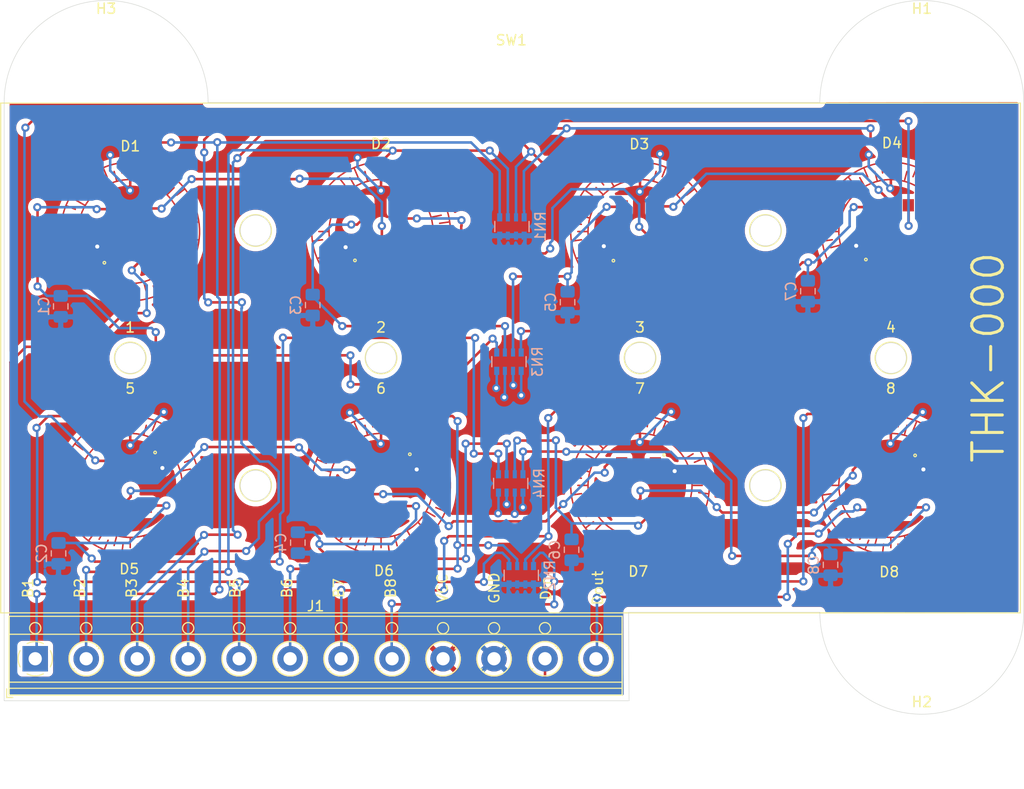
<source format=kicad_pcb>
(kicad_pcb (version 20171130) (host pcbnew "(5.1.5)-3")
  (layers (0 F.Cu signal) (31 B.Cu signal) (34 B.Paste user) (35 F.Paste user) (36 B.SilkS user) (37 F.SilkS user) (38 B.Mask user) (39 F.Mask user) (44 Edge.Cuts user))
  (net 0 "")
  (net 1 GND)
  (net 2 "Net-(C1-Pad1)")
  (net 3 "Net-(C2-Pad1)")
  (net 4 "Net-(C3-Pad1)")
  (net 5 "Net-(C4-Pad1)")
  (net 6 "Net-(C5-Pad1)")
  (net 7 "Net-(C6-Pad1)")
  (net 8 "Net-(C7-Pad1)")
  (net 9 "Net-(C8-Pad1)")
  (net 10 "Net-(D1-Pad3)")
  (net 11 Din)
  (net 12 "Net-(D2-Pad3)")
  (net 13 Dcon)
  (net 14 "Net-(D3-Pad3)")
  (net 15 "Net-(D5-Pad3)")
  (net 16 "Net-(D6-Pad3)")
  (net 17 Dout)
  (net 18 B1)
  (net 19 B2)
  (net 20 B3)
  (net 21 B4)
  (net 22 B5)
  (net 23 B6)
  (net 24 B7)
  (net 25 B8)
  (net 26 Vcc)
  (net 27 "Net-(D7-Pad3)")
  (module Terminal_labels:THK_002_Labels_copy_copy (layer F.Cu) (at 112.825 78.95 90)
    (fp_text reference REF** hide)
    (fp_text value THK_002_Labels)
    (fp_text user B1 (at 0 -30.48 90) (layer F.SilkS))
    (fp_text user B2 (at 0 -25.4 90) (layer F.SilkS))
    (fp_text user B3 (at 0 -20.32 90) (layer F.SilkS))
    (fp_text user B4 (at 0 -15.24 90) (layer F.SilkS))
    (fp_text user B5 (at 0 -10.16 90) (layer F.SilkS))
    (fp_text user B6 (at 0 -5.08 90) (layer F.SilkS))
    (fp_text user B8 (at 0 5.08 90) (layer F.SilkS))
    (fp_text user VCC (at 0 10.16 90) (layer F.SilkS))
    (fp_text user Din (at 0 20.32 90) (layer F.SilkS))
    (fp_text user Dout (at 0 25.4 90) (layer F.SilkS))
    (fp_text user GND (at 0 15.24 90) (layer F.SilkS))
    (fp_text user B7 (at 0 0 90) (layer F.SilkS))
  )
  (module "Sparkfun_buttons:SF_ COM_07835" (layer F.Cu) (at 129.663601 56.378201)
    (fp_text reference SW1 (at 0.0762 -31.1658) (layer F.SilkS))
    (fp_text value 15mm_Silicone_Buttons)
    (fp_text user 1 (at -37.3 -3) (layer F.SilkS))
    (fp_text user 2 (at -12.7 -3) (layer F.SilkS))
    (fp_text user 3 (at 12.7 -3) (layer F.SilkS))
    (fp_text user 4 (at 37.3 -3) (layer F.SilkS))
    (fp_text user 5 (at -37.3 3) (layer F.SilkS))
    (fp_text user 6 (at -12.7 3) (layer F.SilkS))
    (fp_text user 7 (at 12.7 3) (layer F.SilkS))
    (fp_text user 8 (at 37.3 3) (layer F.SilkS))
    (pad 1 smd custom (at -37.3 -17.5) (size 0.15 0.15) (layers F.Cu F.Paste F.Mask) (net 26 Vcc) (options (clearance outline) (anchor circle)) (primitives (gr_circle (center 0 5.1) (end 5.1 5.1) (width 0.15)) (gr_line (start 0 0) (end 0 -1) (width 0.15)) (gr_line (start 0 10.2) (end 0 11.2) (width 0.15)) (gr_line (start 5.1 5.1) (end 6.1 5.1) (width 0.15)) (gr_line (start -5.1 5.1) (end -6.1 5.1) (width 0.15)) (gr_line (start 1.319 10.026) (end 1.579 11.019) (width 0.15)) (gr_line (start 2.55 9.517) (end 3.05 10.382) (width 0.15)) (gr_line (start 3.6 8.7) (end 4.3 9.4) (width 0.15)) (gr_line (start 4.417 7.65) (end 5.283 8.15) (width 0.15)) (gr_line (start 4.926 6.42) (end 5.892 6.679) (width 0.15)) (gr_line (start 4.9 3.7) (end 5.9 3.5) (width 0.15)) (gr_line (start 4.4 2.5) (end 5.2 2) (width 0.15)) (gr_line (start 3.6 1.5) (end 4.3 0.8) (width 0.15)) (gr_line (start 2.55 0.683) (end 3.05 -0.182) (width 0.15)) (gr_line (start 1.319 0.174) (end 1.579 -0.792) (width 0.15)) (gr_line (start -1.319 0.174) (end -1.579 -0.792) (width 0.15)) (gr_line (start -2.55 0.7) (end -3.05 -0.18) (width 0.15)) (gr_line (start -3.606 1.494) (end -4.313 0.787) (width 0.15)) (gr_line (start -4.416 2.55) (end -5.282 2.05) (width 0.15)) (gr_line (start -4.926 3.78) (end -5.892 3.521) (width 0.15)) (gr_line (start -4.926 6.419) (end -5.892 6.679) (width 0.15)) (gr_line (start -4.416 7.65) (end -5.283 8.15) (width 0.15)) (gr_line (start -3.606 8.706) (end -4.313 9.413) (width 0.15)) (gr_line (start -2.55 9.517) (end -3.05 10.382) (width 0.15)) (gr_line (start -1.319 10.026) (end -1.579 10.992) (width 0.15))))
    (pad 2 smd custom (at -37.3 -19.2) (size 0.15 0.15) (layers F.Cu F.Paste F.Mask) (net 18 B1) (options (clearance outline) (anchor circle)) (primitives (gr_circle (center 0 6.8) (end 6.8 6.8) (width 0.15)) (gr_line (start 0.829 13.549) (end 0.707 12.557) (width 0.15)) (gr_line (start 2.657 13.059) (end 2.266 12.139) (width 0.15)) (gr_line (start 4.186 12.158) (end 3.571 11.37) (width 0.15)) (gr_line (start 5.431 10.892) (end 4.632 10.291) (width 0.15)) (gr_line (start 6.305 9.347) (end 5.378 8.973) (width 0.15)) (gr_line (start 6.749 7.629) (end 5.757 7.507) (width 0.15)) (gr_line (start 6.734 5.854) (end 5.744 5.993) (width 0.15)) (gr_line (start 6.259 4.143) (end 5.339 4.534) (width 0.15)) (gr_line (start 5.358 2.614) (end 4.57 3.229) (width 0.15)) (gr_line (start 4.092 1.369) (end 3.491 2.168) (width 0.15)) (gr_line (start 2.547 0.495) (end 2.173 1.422) (width 0.15)) (gr_line (start 0.829 0.0507) (end 0.706 1.043) (width 0.15)) (gr_line (start -0.946 0.0661) (end -0.807 1.056) (width 0.15)) (gr_line (start -2.657 0.541) (end -2.266 1.461) (width 0.15)) (gr_line (start -4.186 1.442) (end -3.571 2.229) (width 0.15)) (gr_line (start -5.431 2.708) (end -4.632 3.309) (width 0.15)) (gr_line (start -6.305 4.253) (end -5.378 4.627) (width 0.15)) (gr_line (start -6.749 5.971) (end -5.757 6.093) (width 0.15)) (gr_line (start -6.734 7.746) (end -5.744 7.607) (width 0.15)) (gr_line (start -6.259 9.457) (end -5.339 9.066) (width 0.15)) (gr_line (start -5.358 10.986) (end -4.57 10.371) (width 0.15)) (gr_line (start -4.092 12.231) (end -3.491 11.432) (width 0.15)) (gr_line (start -2.547 13.105) (end -2.172 12.178) (width 0.15)) (gr_line (start -0.829 13.549) (end -0.707 12.557) (width 0.15))))
    (pad 3 smd custom (at -12.7 -17.5) (size 0.15 0.15) (layers F.Cu F.Paste F.Mask) (net 26 Vcc) (options (clearance outline) (anchor circle)) (primitives (gr_circle (center 0 5.1) (end 5.1 5.1) (width 0.15)) (gr_line (start 0 0) (end 0 -1) (width 0.15)) (gr_line (start 0 10.2) (end 0 11.2) (width 0.15)) (gr_line (start 5.1 5.1) (end 6.1 5.1) (width 0.15)) (gr_line (start -5.1 5.1) (end -6.1 5.1) (width 0.15)) (gr_line (start 1.319 10.026) (end 1.579 11.019) (width 0.15)) (gr_line (start 2.55 9.517) (end 3.05 10.382) (width 0.15)) (gr_line (start 3.6 8.7) (end 4.3 9.4) (width 0.15)) (gr_line (start 4.417 7.65) (end 5.283 8.15) (width 0.15)) (gr_line (start 4.926 6.42) (end 5.892 6.679) (width 0.15)) (gr_line (start 4.9 3.7) (end 5.9 3.5) (width 0.15)) (gr_line (start 4.4 2.5) (end 5.2 2) (width 0.15)) (gr_line (start 3.6 1.5) (end 4.3 0.8) (width 0.15)) (gr_line (start 2.55 0.683) (end 3.05 -0.182) (width 0.15)) (gr_line (start 1.319 0.174) (end 1.579 -0.792) (width 0.15)) (gr_line (start -1.319 0.174) (end -1.579 -0.792) (width 0.15)) (gr_line (start -2.55 0.7) (end -3.05 -0.18) (width 0.15)) (gr_line (start -3.606 1.494) (end -4.313 0.787) (width 0.15)) (gr_line (start -4.416 2.55) (end -5.282 2.05) (width 0.15)) (gr_line (start -4.926 3.78) (end -5.892 3.521) (width 0.15)) (gr_line (start -4.926 6.419) (end -5.892 6.679) (width 0.15)) (gr_line (start -4.416 7.65) (end -5.283 8.15) (width 0.15)) (gr_line (start -3.606 8.706) (end -4.313 9.413) (width 0.15)) (gr_line (start -2.55 9.517) (end -3.05 10.382) (width 0.15)) (gr_line (start -1.319 10.026) (end -1.579 10.992) (width 0.15))))
    (pad 4 smd custom (at -12.7 -19.2) (size 0.15 0.15) (layers F.Cu F.Paste F.Mask) (net 19 B2) (options (clearance outline) (anchor circle)) (primitives (gr_circle (center 0 6.8) (end 6.8 6.8) (width 0.15)) (gr_line (start 0.829 13.549) (end 0.707 12.557) (width 0.15)) (gr_line (start 2.657 13.059) (end 2.266 12.139) (width 0.15)) (gr_line (start 4.186 12.158) (end 3.571 11.37) (width 0.15)) (gr_line (start 5.431 10.892) (end 4.632 10.291) (width 0.15)) (gr_line (start 6.305 9.347) (end 5.378 8.973) (width 0.15)) (gr_line (start 6.749 7.629) (end 5.757 7.507) (width 0.15)) (gr_line (start 6.734 5.854) (end 5.744 5.993) (width 0.15)) (gr_line (start 6.259 4.143) (end 5.339 4.534) (width 0.15)) (gr_line (start 5.358 2.614) (end 4.57 3.229) (width 0.15)) (gr_line (start 4.092 1.369) (end 3.491 2.168) (width 0.15)) (gr_line (start 2.547 0.495) (end 2.173 1.422) (width 0.15)) (gr_line (start 0.829 0.0507) (end 0.706 1.043) (width 0.15)) (gr_line (start -0.946 0.0661) (end -0.807 1.056) (width 0.15)) (gr_line (start -2.657 0.541) (end -2.266 1.461) (width 0.15)) (gr_line (start -4.186 1.442) (end -3.571 2.229) (width 0.15)) (gr_line (start -5.431 2.708) (end -4.632 3.309) (width 0.15)) (gr_line (start -6.305 4.253) (end -5.378 4.627) (width 0.15)) (gr_line (start -6.749 5.971) (end -5.757 6.093) (width 0.15)) (gr_line (start -6.734 7.746) (end -5.744 7.607) (width 0.15)) (gr_line (start -6.259 9.457) (end -5.339 9.066) (width 0.15)) (gr_line (start -5.358 10.986) (end -4.57 10.371) (width 0.15)) (gr_line (start -4.092 12.231) (end -3.491 11.432) (width 0.15)) (gr_line (start -2.547 13.105) (end -2.172 12.178) (width 0.15)) (gr_line (start -0.829 13.549) (end -0.707 12.557) (width 0.15))))
    (pad 5 smd custom (at 12.7 -17.5) (size 0.15 0.15) (layers F.Cu F.Paste F.Mask) (net 26 Vcc) (options (clearance outline) (anchor circle)) (primitives (gr_circle (center 0 5.1) (end 5.1 5.1) (width 0.15)) (gr_line (start 0 0) (end 0 -1) (width 0.15)) (gr_line (start 0 10.2) (end 0 11.2) (width 0.15)) (gr_line (start 5.1 5.1) (end 6.1 5.1) (width 0.15)) (gr_line (start -5.1 5.1) (end -6.1 5.1) (width 0.15)) (gr_line (start 1.319 10.026) (end 1.579 11.019) (width 0.15)) (gr_line (start 2.55 9.517) (end 3.05 10.382) (width 0.15)) (gr_line (start 3.6 8.7) (end 4.3 9.4) (width 0.15)) (gr_line (start 4.417 7.65) (end 5.283 8.15) (width 0.15)) (gr_line (start 4.926 6.42) (end 5.892 6.679) (width 0.15)) (gr_line (start 4.9 3.7) (end 5.9 3.5) (width 0.15)) (gr_line (start 4.4 2.5) (end 5.2 2) (width 0.15)) (gr_line (start 3.6 1.5) (end 4.3 0.8) (width 0.15)) (gr_line (start 2.55 0.683) (end 3.05 -0.182) (width 0.15)) (gr_line (start 1.319 0.174) (end 1.579 -0.792) (width 0.15)) (gr_line (start -1.319 0.174) (end -1.579 -0.792) (width 0.15)) (gr_line (start -2.55 0.7) (end -3.05 -0.18) (width 0.15)) (gr_line (start -3.606 1.494) (end -4.313 0.787) (width 0.15)) (gr_line (start -4.416 2.55) (end -5.282 2.05) (width 0.15)) (gr_line (start -4.926 3.78) (end -5.892 3.521) (width 0.15)) (gr_line (start -4.926 6.419) (end -5.892 6.679) (width 0.15)) (gr_line (start -4.416 7.65) (end -5.283 8.15) (width 0.15)) (gr_line (start -3.606 8.706) (end -4.313 9.413) (width 0.15)) (gr_line (start -2.55 9.517) (end -3.05 10.382) (width 0.15)) (gr_line (start -1.319 10.026) (end -1.579 10.992) (width 0.15))))
    (pad 6 smd custom (at 12.7 -19.2) (size 0.15 0.15) (layers F.Cu F.Paste F.Mask) (net 20 B3) (options (clearance outline) (anchor circle)) (primitives (gr_circle (center 0 6.8) (end 6.8 6.8) (width 0.15)) (gr_line (start 0.829 13.549) (end 0.707 12.557) (width 0.15)) (gr_line (start 2.657 13.059) (end 2.266 12.139) (width 0.15)) (gr_line (start 4.186 12.158) (end 3.571 11.37) (width 0.15)) (gr_line (start 5.431 10.892) (end 4.632 10.291) (width 0.15)) (gr_line (start 6.305 9.347) (end 5.378 8.973) (width 0.15)) (gr_line (start 6.749 7.629) (end 5.757 7.507) (width 0.15)) (gr_line (start 6.734 5.854) (end 5.744 5.993) (width 0.15)) (gr_line (start 6.259 4.143) (end 5.339 4.534) (width 0.15)) (gr_line (start 5.358 2.614) (end 4.57 3.229) (width 0.15)) (gr_line (start 4.092 1.369) (end 3.491 2.168) (width 0.15)) (gr_line (start 2.547 0.495) (end 2.173 1.422) (width 0.15)) (gr_line (start 0.829 0.0507) (end 0.706 1.043) (width 0.15)) (gr_line (start -0.946 0.0661) (end -0.807 1.056) (width 0.15)) (gr_line (start -2.657 0.541) (end -2.266 1.461) (width 0.15)) (gr_line (start -4.186 1.442) (end -3.571 2.229) (width 0.15)) (gr_line (start -5.431 2.708) (end -4.632 3.309) (width 0.15)) (gr_line (start -6.305 4.253) (end -5.378 4.627) (width 0.15)) (gr_line (start -6.749 5.971) (end -5.757 6.093) (width 0.15)) (gr_line (start -6.734 7.746) (end -5.744 7.607) (width 0.15)) (gr_line (start -6.259 9.457) (end -5.339 9.066) (width 0.15)) (gr_line (start -5.358 10.986) (end -4.57 10.371) (width 0.15)) (gr_line (start -4.092 12.231) (end -3.491 11.432) (width 0.15)) (gr_line (start -2.547 13.105) (end -2.172 12.178) (width 0.15)) (gr_line (start -0.829 13.549) (end -0.707 12.557) (width 0.15))))
    (pad 7 smd custom (at 37.3 -17.5) (size 0.15 0.15) (layers F.Cu F.Paste F.Mask) (net 26 Vcc) (options (clearance outline) (anchor circle)) (primitives (gr_circle (center 0 5.1) (end 5.1 5.1) (width 0.15)) (gr_line (start 0 0) (end 0 -1) (width 0.15)) (gr_line (start 0 10.2) (end 0 11.2) (width 0.15)) (gr_line (start 5.1 5.1) (end 6.1 5.1) (width 0.15)) (gr_line (start -5.1 5.1) (end -6.1 5.1) (width 0.15)) (gr_line (start 1.319 10.026) (end 1.579 11.019) (width 0.15)) (gr_line (start 2.55 9.517) (end 3.05 10.382) (width 0.15)) (gr_line (start 3.6 8.7) (end 4.3 9.4) (width 0.15)) (gr_line (start 4.417 7.65) (end 5.283 8.15) (width 0.15)) (gr_line (start 4.926 6.42) (end 5.892 6.679) (width 0.15)) (gr_line (start 4.9 3.7) (end 5.9 3.5) (width 0.15)) (gr_line (start 4.4 2.5) (end 5.2 2) (width 0.15)) (gr_line (start 3.6 1.5) (end 4.3 0.8) (width 0.15)) (gr_line (start 2.55 0.683) (end 3.05 -0.182) (width 0.15)) (gr_line (start 1.319 0.174) (end 1.579 -0.792) (width 0.15)) (gr_line (start -1.319 0.174) (end -1.579 -0.792) (width 0.15)) (gr_line (start -2.55 0.7) (end -3.05 -0.18) (width 0.15)) (gr_line (start -3.606 1.494) (end -4.313 0.787) (width 0.15)) (gr_line (start -4.416 2.55) (end -5.282 2.05) (width 0.15)) (gr_line (start -4.926 3.78) (end -5.892 3.521) (width 0.15)) (gr_line (start -4.926 6.419) (end -5.892 6.679) (width 0.15)) (gr_line (start -4.416 7.65) (end -5.283 8.15) (width 0.15)) (gr_line (start -3.606 8.706) (end -4.313 9.413) (width 0.15)) (gr_line (start -2.55 9.517) (end -3.05 10.382) (width 0.15)) (gr_line (start -1.319 10.026) (end -1.579 10.992) (width 0.15))))
    (pad 8 smd custom (at 37.3 -19.2) (size 0.15 0.15) (layers F.Cu F.Paste F.Mask) (net 21 B4) (options (clearance outline) (anchor circle)) (primitives (gr_circle (center 0 6.8) (end 6.8 6.8) (width 0.15)) (gr_line (start 0.829 13.549) (end 0.707 12.557) (width 0.15)) (gr_line (start 2.657 13.059) (end 2.266 12.139) (width 0.15)) (gr_line (start 4.186 12.158) (end 3.571 11.37) (width 0.15)) (gr_line (start 5.431 10.892) (end 4.632 10.291) (width 0.15)) (gr_line (start 6.305 9.347) (end 5.378 8.973) (width 0.15)) (gr_line (start 6.749 7.629) (end 5.757 7.507) (width 0.15)) (gr_line (start 6.734 5.854) (end 5.744 5.993) (width 0.15)) (gr_line (start 6.259 4.143) (end 5.339 4.534) (width 0.15)) (gr_line (start 5.358 2.614) (end 4.57 3.229) (width 0.15)) (gr_line (start 4.092 1.369) (end 3.491 2.168) (width 0.15)) (gr_line (start 2.547 0.495) (end 2.173 1.422) (width 0.15)) (gr_line (start 0.829 0.0507) (end 0.706 1.043) (width 0.15)) (gr_line (start -0.946 0.0661) (end -0.807 1.056) (width 0.15)) (gr_line (start -2.657 0.541) (end -2.266 1.461) (width 0.15)) (gr_line (start -4.186 1.442) (end -3.571 2.229) (width 0.15)) (gr_line (start -5.431 2.708) (end -4.632 3.309) (width 0.15)) (gr_line (start -6.305 4.253) (end -5.378 4.627) (width 0.15)) (gr_line (start -6.749 5.971) (end -5.757 6.093) (width 0.15)) (gr_line (start -6.734 7.746) (end -5.744 7.607) (width 0.15)) (gr_line (start -6.259 9.457) (end -5.339 9.066) (width 0.15)) (gr_line (start -5.358 10.986) (end -4.57 10.371) (width 0.15)) (gr_line (start -4.092 12.231) (end -3.491 11.432) (width 0.15)) (gr_line (start -2.547 13.105) (end -2.172 12.178) (width 0.15)) (gr_line (start -0.829 13.549) (end -0.707 12.557) (width 0.15))))
    (pad 9 smd custom (at -37.3 7.4) (size 0.15 0.15) (layers F.Cu F.Paste F.Mask) (net 26 Vcc) (options (clearance outline) (anchor circle)) (primitives (gr_circle (center 0 5.1) (end 5.1 5.1) (width 0.15)) (gr_line (start 0 0) (end 0 -1) (width 0.15)) (gr_line (start 0 10.2) (end 0 11.2) (width 0.15)) (gr_line (start 5.1 5.1) (end 6.1 5.1) (width 0.15)) (gr_line (start -5.1 5.1) (end -6.1 5.1) (width 0.15)) (gr_line (start 1.319 10.026) (end 1.579 11.019) (width 0.15)) (gr_line (start 2.55 9.517) (end 3.05 10.382) (width 0.15)) (gr_line (start 3.6 8.7) (end 4.3 9.4) (width 0.15)) (gr_line (start 4.417 7.65) (end 5.283 8.15) (width 0.15)) (gr_line (start 4.926 6.42) (end 5.892 6.679) (width 0.15)) (gr_line (start 4.9 3.7) (end 5.9 3.5) (width 0.15)) (gr_line (start 4.4 2.5) (end 5.2 2) (width 0.15)) (gr_line (start 3.6 1.5) (end 4.3 0.8) (width 0.15)) (gr_line (start 2.55 0.683) (end 3.05 -0.182) (width 0.15)) (gr_line (start 1.319 0.174) (end 1.579 -0.792) (width 0.15)) (gr_line (start -1.319 0.174) (end -1.579 -0.792) (width 0.15)) (gr_line (start -2.55 0.7) (end -3.05 -0.18) (width 0.15)) (gr_line (start -3.606 1.494) (end -4.313 0.787) (width 0.15)) (gr_line (start -4.416 2.55) (end -5.282 2.05) (width 0.15)) (gr_line (start -4.926 3.78) (end -5.892 3.521) (width 0.15)) (gr_line (start -4.926 6.419) (end -5.892 6.679) (width 0.15)) (gr_line (start -4.416 7.65) (end -5.283 8.15) (width 0.15)) (gr_line (start -3.606 8.706) (end -4.313 9.413) (width 0.15)) (gr_line (start -2.55 9.517) (end -3.05 10.382) (width 0.15)) (gr_line (start -1.319 10.026) (end -1.579 10.992) (width 0.15))))
    (pad 10 smd custom (at -37.3 5.7) (size 0.15 0.15) (layers F.Cu F.Paste F.Mask) (net 22 B5) (options (clearance outline) (anchor circle)) (primitives (gr_circle (center 0 6.8) (end 6.8 6.8) (width 0.15)) (gr_line (start 0.829 13.549) (end 0.707 12.557) (width 0.15)) (gr_line (start 2.657 13.059) (end 2.266 12.139) (width 0.15)) (gr_line (start 4.186 12.158) (end 3.571 11.37) (width 0.15)) (gr_line (start 5.431 10.892) (end 4.632 10.291) (width 0.15)) (gr_line (start 6.305 9.347) (end 5.378 8.973) (width 0.15)) (gr_line (start 6.749 7.629) (end 5.757 7.507) (width 0.15)) (gr_line (start 6.734 5.854) (end 5.744 5.993) (width 0.15)) (gr_line (start 6.259 4.143) (end 5.339 4.534) (width 0.15)) (gr_line (start 5.358 2.614) (end 4.57 3.229) (width 0.15)) (gr_line (start 4.092 1.369) (end 3.491 2.168) (width 0.15)) (gr_line (start 2.547 0.495) (end 2.173 1.422) (width 0.15)) (gr_line (start 0.829 0.0507) (end 0.706 1.043) (width 0.15)) (gr_line (start -0.946 0.0661) (end -0.807 1.056) (width 0.15)) (gr_line (start -2.657 0.541) (end -2.266 1.461) (width 0.15)) (gr_line (start -4.186 1.442) (end -3.571 2.229) (width 0.15)) (gr_line (start -5.431 2.708) (end -4.632 3.309) (width 0.15)) (gr_line (start -6.305 4.253) (end -5.378 4.627) (width 0.15)) (gr_line (start -6.749 5.971) (end -5.757 6.093) (width 0.15)) (gr_line (start -6.734 7.746) (end -5.744 7.607) (width 0.15)) (gr_line (start -6.259 9.457) (end -5.339 9.066) (width 0.15)) (gr_line (start -5.358 10.986) (end -4.57 10.371) (width 0.15)) (gr_line (start -4.092 12.231) (end -3.491 11.432) (width 0.15)) (gr_line (start -2.547 13.105) (end -2.172 12.178) (width 0.15)) (gr_line (start -0.829 13.549) (end -0.707 12.557) (width 0.15))))
    (pad 11 smd custom (at -12.7 7.4) (size 0.15 0.15) (layers F.Cu F.Paste F.Mask) (net 26 Vcc) (options (clearance outline) (anchor circle)) (primitives (gr_circle (center 0 5.1) (end 5.1 5.1) (width 0.15)) (gr_line (start 0 0) (end 0 -1) (width 0.15)) (gr_line (start 0 10.2) (end 0 11.2) (width 0.15)) (gr_line (start 5.1 5.1) (end 6.1 5.1) (width 0.15)) (gr_line (start -5.1 5.1) (end -6.1 5.1) (width 0.15)) (gr_line (start 1.319 10.026) (end 1.579 11.019) (width 0.15)) (gr_line (start 2.55 9.517) (end 3.05 10.382) (width 0.15)) (gr_line (start 3.6 8.7) (end 4.3 9.4) (width 0.15)) (gr_line (start 4.417 7.65) (end 5.283 8.15) (width 0.15)) (gr_line (start 4.926 6.42) (end 5.892 6.679) (width 0.15)) (gr_line (start 4.9 3.7) (end 5.9 3.5) (width 0.15)) (gr_line (start 4.4 2.5) (end 5.2 2) (width 0.15)) (gr_line (start 3.6 1.5) (end 4.3 0.8) (width 0.15)) (gr_line (start 2.55 0.683) (end 3.05 -0.182) (width 0.15)) (gr_line (start 1.319 0.174) (end 1.579 -0.792) (width 0.15)) (gr_line (start -1.319 0.174) (end -1.579 -0.792) (width 0.15)) (gr_line (start -2.55 0.7) (end -3.05 -0.18) (width 0.15)) (gr_line (start -3.606 1.494) (end -4.313 0.787) (width 0.15)) (gr_line (start -4.416 2.55) (end -5.282 2.05) (width 0.15)) (gr_line (start -4.926 3.78) (end -5.892 3.521) (width 0.15)) (gr_line (start -4.926 6.419) (end -5.892 6.679) (width 0.15)) (gr_line (start -4.416 7.65) (end -5.283 8.15) (width 0.15)) (gr_line (start -3.606 8.706) (end -4.313 9.413) (width 0.15)) (gr_line (start -2.55 9.517) (end -3.05 10.382) (width 0.15)) (gr_line (start -1.319 10.026) (end -1.579 10.992) (width 0.15))))
    (pad 12 smd custom (at -12.7 5.7) (size 0.15 0.15) (layers F.Cu F.Paste F.Mask) (net 23 B6) (options (clearance outline) (anchor circle)) (primitives (gr_circle (center 0 6.8) (end 6.8 6.8) (width 0.15)) (gr_line (start 0.829 13.549) (end 0.707 12.557) (width 0.15)) (gr_line (start 2.657 13.059) (end 2.266 12.139) (width 0.15)) (gr_line (start 4.186 12.158) (end 3.571 11.37) (width 0.15)) (gr_line (start 5.431 10.892) (end 4.632 10.291) (width 0.15)) (gr_line (start 6.305 9.347) (end 5.378 8.973) (width 0.15)) (gr_line (start 6.749 7.629) (end 5.757 7.507) (width 0.15)) (gr_line (start 6.734 5.854) (end 5.744 5.993) (width 0.15)) (gr_line (start 6.259 4.143) (end 5.339 4.534) (width 0.15)) (gr_line (start 5.358 2.614) (end 4.57 3.229) (width 0.15)) (gr_line (start 4.092 1.369) (end 3.491 2.168) (width 0.15)) (gr_line (start 2.547 0.495) (end 2.173 1.422) (width 0.15)) (gr_line (start 0.829 0.0507) (end 0.706 1.043) (width 0.15)) (gr_line (start -0.946 0.0661) (end -0.807 1.056) (width 0.15)) (gr_line (start -2.657 0.541) (end -2.266 1.461) (width 0.15)) (gr_line (start -4.186 1.442) (end -3.571 2.229) (width 0.15)) (gr_line (start -5.431 2.708) (end -4.632 3.309) (width 0.15)) (gr_line (start -6.305 4.253) (end -5.378 4.627) (width 0.15)) (gr_line (start -6.749 5.971) (end -5.757 6.093) (width 0.15)) (gr_line (start -6.734 7.746) (end -5.744 7.607) (width 0.15)) (gr_line (start -6.259 9.457) (end -5.339 9.066) (width 0.15)) (gr_line (start -5.358 10.986) (end -4.57 10.371) (width 0.15)) (gr_line (start -4.092 12.231) (end -3.491 11.432) (width 0.15)) (gr_line (start -2.547 13.105) (end -2.172 12.178) (width 0.15)) (gr_line (start -0.829 13.549) (end -0.707 12.557) (width 0.15))))
    (pad 13 smd custom (at 12.7 7.4) (size 0.15 0.15) (layers F.Cu F.Paste F.Mask) (net 26 Vcc) (options (clearance outline) (anchor circle)) (primitives (gr_circle (center 0 5.1) (end 5.1 5.1) (width 0.15)) (gr_line (start 0 0) (end 0 -1) (width 0.15)) (gr_line (start 0 10.2) (end 0 11.2) (width 0.15)) (gr_line (start 5.1 5.1) (end 6.1 5.1) (width 0.15)) (gr_line (start -5.1 5.1) (end -6.1 5.1) (width 0.15)) (gr_line (start 1.319 10.026) (end 1.579 11.019) (width 0.15)) (gr_line (start 2.55 9.517) (end 3.05 10.382) (width 0.15)) (gr_line (start 3.6 8.7) (end 4.3 9.4) (width 0.15)) (gr_line (start 4.417 7.65) (end 5.283 8.15) (width 0.15)) (gr_line (start 4.926 6.42) (end 5.892 6.679) (width 0.15)) (gr_line (start 4.9 3.7) (end 5.9 3.5) (width 0.15)) (gr_line (start 4.4 2.5) (end 5.2 2) (width 0.15)) (gr_line (start 3.6 1.5) (end 4.3 0.8) (width 0.15)) (gr_line (start 2.55 0.683) (end 3.05 -0.182) (width 0.15)) (gr_line (start 1.319 0.174) (end 1.579 -0.792) (width 0.15)) (gr_line (start -1.319 0.174) (end -1.579 -0.792) (width 0.15)) (gr_line (start -2.55 0.7) (end -3.05 -0.18) (width 0.15)) (gr_line (start -3.606 1.494) (end -4.313 0.787) (width 0.15)) (gr_line (start -4.416 2.55) (end -5.282 2.05) (width 0.15)) (gr_line (start -4.926 3.78) (end -5.892 3.521) (width 0.15)) (gr_line (start -4.926 6.419) (end -5.892 6.679) (width 0.15)) (gr_line (start -4.416 7.65) (end -5.283 8.15) (width 0.15)) (gr_line (start -3.606 8.706) (end -4.313 9.413) (width 0.15)) (gr_line (start -2.55 9.517) (end -3.05 10.382) (width 0.15)) (gr_line (start -1.319 10.026) (end -1.579 10.992) (width 0.15))))
    (pad 14 smd custom (at 12.7 5.7) (size 0.15 0.15) (layers F.Cu F.Paste F.Mask) (net 24 B7) (options (clearance outline) (anchor circle)) (primitives (gr_circle (center 0 6.8) (end 6.8 6.8) (width 0.15)) (gr_line (start 0.829 13.549) (end 0.707 12.557) (width 0.15)) (gr_line (start 2.657 13.059) (end 2.266 12.139) (width 0.15)) (gr_line (start 4.186 12.158) (end 3.571 11.37) (width 0.15)) (gr_line (start 5.431 10.892) (end 4.632 10.291) (width 0.15)) (gr_line (start 6.305 9.347) (end 5.378 8.973) (width 0.15)) (gr_line (start 6.749 7.629) (end 5.757 7.507) (width 0.15)) (gr_line (start 6.734 5.854) (end 5.744 5.993) (width 0.15)) (gr_line (start 6.259 4.143) (end 5.339 4.534) (width 0.15)) (gr_line (start 5.358 2.614) (end 4.57 3.229) (width 0.15)) (gr_line (start 4.092 1.369) (end 3.491 2.168) (width 0.15)) (gr_line (start 2.547 0.495) (end 2.173 1.422) (width 0.15)) (gr_line (start 0.829 0.0507) (end 0.706 1.043) (width 0.15)) (gr_line (start -0.946 0.0661) (end -0.807 1.056) (width 0.15)) (gr_line (start -2.657 0.541) (end -2.266 1.461) (width 0.15)) (gr_line (start -4.186 1.442) (end -3.571 2.229) (width 0.15)) (gr_line (start -5.431 2.708) (end -4.632 3.309) (width 0.15)) (gr_line (start -6.305 4.253) (end -5.378 4.627) (width 0.15)) (gr_line (start -6.749 5.971) (end -5.757 6.093) (width 0.15)) (gr_line (start -6.734 7.746) (end -5.744 7.607) (width 0.15)) (gr_line (start -6.259 9.457) (end -5.339 9.066) (width 0.15)) (gr_line (start -5.358 10.986) (end -4.57 10.371) (width 0.15)) (gr_line (start -4.092 12.231) (end -3.491 11.432) (width 0.15)) (gr_line (start -2.547 13.105) (end -2.172 12.178) (width 0.15)) (gr_line (start -0.829 13.549) (end -0.707 12.557) (width 0.15))))
    (pad 15 smd custom (at 37.3 7.4) (size 0.15 0.15) (layers F.Cu F.Paste F.Mask) (net 26 Vcc) (options (clearance outline) (anchor circle)) (primitives (gr_circle (center 0 5.1) (end 5.1 5.1) (width 0.15)) (gr_line (start 0 0) (end 0 -1) (width 0.15)) (gr_line (start 0 10.2) (end 0 11.2) (width 0.15)) (gr_line (start 5.1 5.1) (end 6.1 5.1) (width 0.15)) (gr_line (start -5.1 5.1) (end -6.1 5.1) (width 0.15)) (gr_line (start 1.319 10.026) (end 1.579 11.019) (width 0.15)) (gr_line (start 2.55 9.517) (end 3.05 10.382) (width 0.15)) (gr_line (start 3.6 8.7) (end 4.3 9.4) (width 0.15)) (gr_line (start 4.417 7.65) (end 5.283 8.15) (width 0.15)) (gr_line (start 4.926 6.42) (end 5.892 6.679) (width 0.15)) (gr_line (start 4.9 3.7) (end 5.9 3.5) (width 0.15)) (gr_line (start 4.4 2.5) (end 5.2 2) (width 0.15)) (gr_line (start 3.6 1.5) (end 4.3 0.8) (width 0.15)) (gr_line (start 2.55 0.683) (end 3.05 -0.182) (width 0.15)) (gr_line (start 1.319 0.174) (end 1.579 -0.792) (width 0.15)) (gr_line (start -1.319 0.174) (end -1.579 -0.792) (width 0.15)) (gr_line (start -2.55 0.7) (end -3.05 -0.18) (width 0.15)) (gr_line (start -3.606 1.494) (end -4.313 0.787) (width 0.15)) (gr_line (start -4.416 2.55) (end -5.282 2.05) (width 0.15)) (gr_line (start -4.926 3.78) (end -5.892 3.521) (width 0.15)) (gr_line (start -4.926 6.419) (end -5.892 6.679) (width 0.15)) (gr_line (start -4.416 7.65) (end -5.283 8.15) (width 0.15)) (gr_line (start -3.606 8.706) (end -4.313 9.413) (width 0.15)) (gr_line (start -2.55 9.517) (end -3.05 10.382) (width 0.15)) (gr_line (start -1.319 10.026) (end -1.579 10.992) (width 0.15))))
    (pad 16 smd custom (at 37.3 5.7) (size 0.15 0.15) (layers F.Cu F.Paste F.Mask) (net 25 B8) (options (clearance outline) (anchor circle)) (primitives (gr_circle (center 0 6.8) (end 6.8 6.8) (width 0.15)) (gr_line (start 0.829 13.549) (end 0.707 12.557) (width 0.15)) (gr_line (start 2.657 13.059) (end 2.266 12.139) (width 0.15)) (gr_line (start 4.186 12.158) (end 3.571 11.37) (width 0.15)) (gr_line (start 5.431 10.892) (end 4.632 10.291) (width 0.15)) (gr_line (start 6.305 9.347) (end 5.378 8.973) (width 0.15)) (gr_line (start 6.749 7.629) (end 5.757 7.507) (width 0.15)) (gr_line (start 6.734 5.854) (end 5.744 5.993) (width 0.15)) (gr_line (start 6.259 4.143) (end 5.339 4.534) (width 0.15)) (gr_line (start 5.358 2.614) (end 4.57 3.229) (width 0.15)) (gr_line (start 4.092 1.369) (end 3.491 2.168) (width 0.15)) (gr_line (start 2.547 0.495) (end 2.173 1.422) (width 0.15)) (gr_line (start 0.829 0.0507) (end 0.706 1.043) (width 0.15)) (gr_line (start -0.946 0.0661) (end -0.807 1.056) (width 0.15)) (gr_line (start -2.657 0.541) (end -2.266 1.461) (width 0.15)) (gr_line (start -4.186 1.442) (end -3.571 2.229) (width 0.15)) (gr_line (start -5.431 2.708) (end -4.632 3.309) (width 0.15)) (gr_line (start -6.305 4.253) (end -5.378 4.627) (width 0.15)) (gr_line (start -6.749 5.971) (end -5.757 6.093) (width 0.15)) (gr_line (start -6.734 7.746) (end -5.744 7.607) (width 0.15)) (gr_line (start -6.259 9.457) (end -5.339 9.066) (width 0.15)) (gr_line (start -5.358 10.986) (end -4.57 10.371) (width 0.15)) (gr_line (start -4.092 12.231) (end -3.491 11.432) (width 0.15)) (gr_line (start -2.547 13.105) (end -2.172 12.178) (width 0.15)) (gr_line (start -0.829 13.549) (end -0.707 12.557) (width 0.15))))
  )
  (module liteon:LTST-E563CEGBW_RGB_LED_4pad_5x4 (layer F.Cu) (at 116.9172 43.7367 180)
    (fp_text reference D2 (at -0.0254 8.3566) (layer F.SilkS))
    (fp_text value LTST-E563CEGBW)
    (pad 1 smd rect (at 1.65 -2.25 180) (size 1.1 1.2) (layers F.Cu F.Paste F.Mask) (net 1 GND))
    (pad 2 smd rect (at -1.65 -2.25 180) (size 1.1 1.2) (layers F.Cu F.Paste F.Mask) (net 10 "Net-(D1-Pad3)"))
    (pad 3 smd rect (at -1.65 2.25 180) (size 1.1 1.2) (layers F.Cu F.Paste F.Mask) (net 12 "Net-(D2-Pad3)"))
    (pad 4 smd rect (at 1.65 2.25 180) (size 1.1 1.2) (layers F.Cu F.Paste F.Mask) (net 4 "Net-(C3-Pad1)"))
  )
  (module Capacitor_SMD:C_0805_2012Metric_Pad1.15x1.40mm_HandSolder (layer B.Cu) (at 85.5472 51.317 270)
    (fp_text reference C1 (at 0 1.65 90) (layer B.SilkS) (effects (justify mirror)))
    (fp_text value 0.1uF)
    (pad 2 smd roundrect (at 1.025 0 270) (size 1.15 1.4) (layers B.Cu B.Paste B.Mask) (roundrect_rratio 0.217391) (net 1 GND))
    (pad 1 smd roundrect (at -1.025 0 270) (size 1.15 1.4) (layers B.Cu B.Paste B.Mask) (roundrect_rratio 0.217391) (net 2 "Net-(C1-Pad1)"))
  )
  (module Capacitor_SMD:C_0805_2012Metric_Pad1.15x1.40mm_HandSolder (layer B.Cu) (at 85.3313 75.5486 270)
    (fp_text reference C2 (at 0 1.65 90) (layer B.SilkS) (effects (justify mirror)))
    (fp_text value 0.1uF)
    (pad 2 smd roundrect (at 1.025 0 270) (size 1.15 1.4) (layers B.Cu B.Paste B.Mask) (roundrect_rratio 0.217391) (net 1 GND))
    (pad 1 smd roundrect (at -1.025 0 270) (size 1.15 1.4) (layers B.Cu B.Paste B.Mask) (roundrect_rratio 0.217391) (net 3 "Net-(C2-Pad1)"))
  )
  (module Capacitor_SMD:C_0805_2012Metric_Pad1.15x1.40mm_HandSolder (layer B.Cu) (at 110.2614 51.19 270)
    (fp_text reference C3 (at 0 1.65 90) (layer B.SilkS) (effects (justify mirror)))
    (fp_text value 0.1uF)
    (pad 1 smd roundrect (at -1.025 0 270) (size 1.15 1.4) (layers B.Cu B.Paste B.Mask) (roundrect_rratio 0.217391) (net 4 "Net-(C3-Pad1)"))
    (pad 2 smd roundrect (at 1.025 0 270) (size 1.15 1.4) (layers B.Cu B.Paste B.Mask) (roundrect_rratio 0.217391) (net 1 GND))
  )
  (module Capacitor_SMD:C_0805_2012Metric_Pad1.15x1.40mm_HandSolder (layer B.Cu) (at 108.8009 74.4945 270)
    (fp_text reference C4 (at 0 1.65 90) (layer B.SilkS) (effects (justify mirror)))
    (fp_text value 0.1uF)
    (pad 1 smd roundrect (at -1.025 0 270) (size 1.15 1.4) (layers B.Cu B.Paste B.Mask) (roundrect_rratio 0.217391) (net 5 "Net-(C4-Pad1)"))
    (pad 2 smd roundrect (at 1.025 0 270) (size 1.15 1.4) (layers B.Cu B.Paste B.Mask) (roundrect_rratio 0.217391) (net 1 GND))
  )
  (module Capacitor_SMD:C_0805_2012Metric_Pad1.15x1.40mm_HandSolder (layer B.Cu) (at 135.255 50.9106 270)
    (fp_text reference C5 (at 0 1.65 90) (layer B.SilkS) (effects (justify mirror)))
    (fp_text value 0.1uF)
    (pad 2 smd roundrect (at 1.025 0 270) (size 1.15 1.4) (layers B.Cu B.Paste B.Mask) (roundrect_rratio 0.217391) (net 1 GND))
    (pad 1 smd roundrect (at -1.025 0 270) (size 1.15 1.4) (layers B.Cu B.Paste B.Mask) (roundrect_rratio 0.217391) (net 6 "Net-(C5-Pad1)"))
  )
  (module Capacitor_SMD:C_0805_2012Metric_Pad1.15x1.40mm_HandSolder (layer B.Cu) (at 135.6487 75.193 270)
    (fp_text reference C6 (at 0 1.65 90) (layer B.SilkS) (effects (justify mirror)))
    (fp_text value 0.1uF)
    (pad 2 smd roundrect (at 1.025 0 270) (size 1.15 1.4) (layers B.Cu B.Paste B.Mask) (roundrect_rratio 0.217391) (net 1 GND))
    (pad 1 smd roundrect (at -1.025 0 270) (size 1.15 1.4) (layers B.Cu B.Paste B.Mask) (roundrect_rratio 0.217391) (net 7 "Net-(C6-Pad1)"))
  )
  (module Capacitor_SMD:C_0805_2012Metric_Pad1.15x1.40mm_HandSolder (layer B.Cu) (at 158.8262 49.8311 270)
    (fp_text reference C7 (at 0 1.65 90) (layer B.SilkS) (effects (justify mirror)))
    (fp_text value 0.1uF)
    (pad 1 smd roundrect (at -1.025 0 270) (size 1.15 1.4) (layers B.Cu B.Paste B.Mask) (roundrect_rratio 0.217391) (net 8 "Net-(C7-Pad1)"))
    (pad 2 smd roundrect (at 1.025 0 270) (size 1.15 1.4) (layers B.Cu B.Paste B.Mask) (roundrect_rratio 0.217391) (net 1 GND))
  )
  (module Capacitor_SMD:C_0805_2012Metric_Pad1.15x1.40mm_HandSolder (layer B.Cu) (at 161.0487 76.6662 270)
    (fp_text reference C8 (at 0 1.65 90) (layer B.SilkS) (effects (justify mirror)))
    (fp_text value 0.1uF)
    (pad 1 smd roundrect (at -1.025 0 270) (size 1.15 1.4) (layers B.Cu B.Paste B.Mask) (roundrect_rratio 0.217391) (net 9 "Net-(C8-Pad1)"))
    (pad 2 smd roundrect (at 1.025 0 270) (size 1.15 1.4) (layers B.Cu B.Paste B.Mask) (roundrect_rratio 0.217391) (net 1 GND))
  )
  (module liteon:LTST-E563CEGBW_RGB_LED_4pad_5x4 (layer F.Cu) (at 92.3427 43.9653 180)
    (fp_text reference D1 (at -0.0254 8.3566) (layer F.SilkS))
    (fp_text value LTST-E563CEGBW)
    (pad 4 smd rect (at 1.65 2.25 180) (size 1.1 1.2) (layers F.Cu F.Paste F.Mask) (net 2 "Net-(C1-Pad1)"))
    (pad 3 smd rect (at -1.65 2.25 180) (size 1.1 1.2) (layers F.Cu F.Paste F.Mask) (net 10 "Net-(D1-Pad3)"))
    (pad 2 smd rect (at -1.65 -2.25 180) (size 1.1 1.2) (layers F.Cu F.Paste F.Mask) (net 11 Din))
    (pad 1 smd rect (at 1.65 -2.25 180) (size 1.1 1.2) (layers F.Cu F.Paste F.Mask) (net 1 GND))
  )
  (module liteon:LTST-E563CEGBW_RGB_LED_4pad_5x4 (layer F.Cu) (at 92.2899 68.7218)
    (fp_text reference D5 (at -0.0254 8.3566) (layer F.SilkS))
    (fp_text value LTST-E563CEGBW)
    (pad 4 smd rect (at 1.65 2.25) (size 1.1 1.2) (layers F.Cu F.Paste F.Mask) (net 3 "Net-(C2-Pad1)"))
    (pad 3 smd rect (at -1.65 2.25) (size 1.1 1.2) (layers F.Cu F.Paste F.Mask) (net 15 "Net-(D5-Pad3)"))
    (pad 2 smd rect (at -1.65 -2.25) (size 1.1 1.2) (layers F.Cu F.Paste F.Mask) (net 13 Dcon))
    (pad 1 smd rect (at 1.65 -2.25) (size 1.1 1.2) (layers F.Cu F.Paste F.Mask) (net 1 GND))
  )
  (module liteon:LTST-E563CEGBW_RGB_LED_4pad_5x4 (layer F.Cu) (at 117.2728 68.8954)
    (fp_text reference D6 (at -0.0254 8.3566) (layer F.SilkS))
    (fp_text value LTST-E563CEGBW)
    (pad 1 smd rect (at 1.65 -2.25) (size 1.1 1.2) (layers F.Cu F.Paste F.Mask) (net 1 GND))
    (pad 2 smd rect (at -1.65 -2.25) (size 1.1 1.2) (layers F.Cu F.Paste F.Mask) (net 15 "Net-(D5-Pad3)"))
    (pad 3 smd rect (at -1.65 2.25) (size 1.1 1.2) (layers F.Cu F.Paste F.Mask) (net 16 "Net-(D6-Pad3)"))
    (pad 4 smd rect (at 1.65 2.25) (size 1.1 1.2) (layers F.Cu F.Paste F.Mask) (net 5 "Net-(C4-Pad1)"))
  )
  (module liteon:LTST-E563CEGBW_RGB_LED_4pad_5x4 (layer F.Cu) (at 142.2664 43.7621 180)
    (fp_text reference D3 (at -0.0254 8.3566) (layer F.SilkS))
    (fp_text value LTST-E563CEGBW)
    (pad 4 smd rect (at 1.65 2.25 180) (size 1.1 1.2) (layers F.Cu F.Paste F.Mask) (net 6 "Net-(C5-Pad1)"))
    (pad 3 smd rect (at -1.65 2.25 180) (size 1.1 1.2) (layers F.Cu F.Paste F.Mask) (net 14 "Net-(D3-Pad3)"))
    (pad 2 smd rect (at -1.65 -2.25 180) (size 1.1 1.2) (layers F.Cu F.Paste F.Mask) (net 12 "Net-(D2-Pad3)"))
    (pad 1 smd rect (at 1.65 -2.25 180) (size 1.1 1.2) (layers F.Cu F.Paste F.Mask) (net 1 GND))
  )
  (module liteon:LTST-E563CEGBW_RGB_LED_4pad_5x4 (layer F.Cu) (at 142.2146 68.961)
    (fp_text reference D7 (at -0.0254 8.3566) (layer F.SilkS))
    (fp_text value LTST-E563CEGBW)
    (pad 1 smd rect (at 1.65 -2.25) (size 1.1 1.2) (layers F.Cu F.Paste F.Mask) (net 1 GND))
    (pad 2 smd rect (at -1.65 -2.25) (size 1.1 1.2) (layers F.Cu F.Paste F.Mask) (net 16 "Net-(D6-Pad3)"))
    (pad 3 smd rect (at -1.65 2.25) (size 1.1 1.2) (layers F.Cu F.Paste F.Mask) (net 27 "Net-(D7-Pad3)"))
    (pad 4 smd rect (at 1.65 2.25) (size 1.1 1.2) (layers F.Cu F.Paste F.Mask) (net 7 "Net-(C6-Pad1)"))
  )
  (module liteon:LTST-E563CEGBW_RGB_LED_4pad_5x4 (layer F.Cu) (at 167.0294 43.652 180)
    (fp_text reference D4 (at -0.0254 8.3566) (layer F.SilkS))
    (fp_text value LTST-E563CEGBW)
    (pad 1 smd rect (at 1.65 -2.25 180) (size 1.1 1.2) (layers F.Cu F.Paste F.Mask) (net 1 GND))
    (pad 2 smd rect (at -1.65 -2.25 180) (size 1.1 1.2) (layers F.Cu F.Paste F.Mask) (net 14 "Net-(D3-Pad3)"))
    (pad 3 smd rect (at -1.65 2.25 180) (size 1.1 1.2) (layers F.Cu F.Paste F.Mask) (net 13 Dcon))
    (pad 4 smd rect (at 1.65 2.25 180) (size 1.1 1.2) (layers F.Cu F.Paste F.Mask) (net 8 "Net-(C7-Pad1)"))
  )
  (module liteon:LTST-E563CEGBW_RGB_LED_4pad_5x4 (layer F.Cu) (at 166.8282 69.0097)
    (fp_text reference D8 (at -0.0254 8.3566) (layer F.SilkS))
    (fp_text value LTST-E563CEGBW)
    (pad 4 smd rect (at 1.65 2.25) (size 1.1 1.2) (layers F.Cu F.Paste F.Mask) (net 9 "Net-(C8-Pad1)"))
    (pad 3 smd rect (at -1.65 2.25) (size 1.1 1.2) (layers F.Cu F.Paste F.Mask) (net 17 Dout))
    (pad 2 smd rect (at -1.65 -2.25) (size 1.1 1.2) (layers F.Cu F.Paste F.Mask) (net 27 "Net-(D7-Pad3)"))
    (pad 1 smd rect (at 1.65 -2.25) (size 1.1 1.2) (layers F.Cu F.Paste F.Mask) (net 1 GND))
  )
  (module MountingHole:MountingHole_3.2mm_M3 (layer F.Cu) (at 170 26.3182)
    (fp_text reference H1 (at 0 -4.2) (layer F.SilkS))
    (fp_text value MountingHole)
    (pad 1 np_thru_hole circle (at 0 0) (size 3.2 3.2) (drill 3.2) (layers *.Cu *.Mask))
  )
  (module MountingHole:MountingHole_3.2mm_M3 (layer F.Cu) (at 170 85.9155 180)
    (fp_text reference H2 (at 0 -4.2) (layer F.SilkS))
    (fp_text value MountingHole)
    (pad 1 np_thru_hole circle (at 0 0 180) (size 3.2 3.2) (drill 3.2) (layers *.Cu *.Mask))
  )
  (module MountingHole:MountingHole_3.2mm_M3 (layer F.Cu) (at 90 26.3182)
    (fp_text reference H3 (at 0 -4.2) (layer F.SilkS))
    (fp_text value MountingHole)
    (pad 1 np_thru_hole circle (at 0 0) (size 3.2 3.2) (drill 3.2) (layers *.Cu *.Mask))
  )
  (module TerminalBlock_RND:TerminalBlock_RND_205-00022_1x12_P5.00mm_Horizontal (layer F.Cu) (at 83.0453 85.8774)
    (fp_text reference J1 (at 27.5 -5.16) (layer F.SilkS))
    (fp_text value Screw_Terminal_01x12)
    (pad 1 thru_hole rect (at 0 0) (size 2.5 2.5) (drill 1.3) (layers *.Cu *.Mask) (net 18 B1))
    (pad 2 thru_hole circle (at 5 0) (size 2.5 2.5) (drill 1.3) (layers *.Cu *.Mask) (net 19 B2))
    (pad 3 thru_hole circle (at 10 0) (size 2.5 2.5) (drill 1.3) (layers *.Cu *.Mask) (net 20 B3))
    (pad 4 thru_hole circle (at 15 0) (size 2.5 2.5) (drill 1.3) (layers *.Cu *.Mask) (net 21 B4))
    (pad 5 thru_hole circle (at 20 0) (size 2.5 2.5) (drill 1.3) (layers *.Cu *.Mask) (net 22 B5))
    (pad 6 thru_hole circle (at 25 0) (size 2.5 2.5) (drill 1.3) (layers *.Cu *.Mask) (net 23 B6))
    (pad 7 thru_hole circle (at 30 0) (size 2.5 2.5) (drill 1.3) (layers *.Cu *.Mask) (net 24 B7))
    (pad 8 thru_hole circle (at 35 0) (size 2.5 2.5) (drill 1.3) (layers *.Cu *.Mask) (net 25 B8))
    (pad 9 thru_hole circle (at 40 0) (size 2.5 2.5) (drill 1.3) (layers *.Cu *.Mask) (net 26 Vcc))
    (pad 10 thru_hole circle (at 45 0) (size 2.5 2.5) (drill 1.3) (layers *.Cu *.Mask) (net 1 GND))
    (pad 11 thru_hole circle (at 50 0) (size 2.5 2.5) (drill 1.3) (layers *.Cu *.Mask) (net 11 Din))
    (pad 12 thru_hole circle (at 55 0) (size 2.5 2.5) (drill 1.3) (layers *.Cu *.Mask) (net 17 Dout))
  )
  (module Resistor_SMD:R_Array_Convex_4x0603 (layer B.Cu) (at 129.8004 43.4865 90)
    (fp_text reference RN1 (at 0 2.8 90) (layer B.SilkS) (effects (justify mirror)))
    (fp_text value R_Pack04)
    (pad 5 smd rect (at 0.9 -1.2 90) (size 0.8 0.5) (layers B.Cu B.Paste B.Mask) (net 18 B1))
    (pad 6 smd rect (at 0.9 -0.4 90) (size 0.8 0.4) (layers B.Cu B.Paste B.Mask) (net 19 B2))
    (pad 8 smd rect (at 0.9 1.2 90) (size 0.8 0.5) (layers B.Cu B.Paste B.Mask) (net 21 B4))
    (pad 7 smd rect (at 0.9 0.4 90) (size 0.8 0.4) (layers B.Cu B.Paste B.Mask) (net 20 B3))
    (pad 4 smd rect (at -0.9 -1.2 90) (size 0.8 0.5) (layers B.Cu B.Paste B.Mask) (net 1 GND))
    (pad 2 smd rect (at -0.9 0.4 90) (size 0.8 0.4) (layers B.Cu B.Paste B.Mask) (net 1 GND))
    (pad 3 smd rect (at -0.9 -0.4 90) (size 0.8 0.4) (layers B.Cu B.Paste B.Mask) (net 1 GND))
    (pad 1 smd rect (at -0.9 1.2 90) (size 0.8 0.5) (layers B.Cu B.Paste B.Mask) (net 1 GND))
  )
  (module Resistor_SMD:R_Array_Convex_4x0603 (layer B.Cu) (at 130.7146 77.6876 90)
    (fp_text reference RN2 (at 0 2.8 90) (layer B.SilkS) (effects (justify mirror)))
    (fp_text value R_Pack04)
    (pad 1 smd rect (at -0.9 1.2 90) (size 0.8 0.5) (layers B.Cu B.Paste B.Mask) (net 1 GND))
    (pad 3 smd rect (at -0.9 -0.4 90) (size 0.8 0.4) (layers B.Cu B.Paste B.Mask) (net 1 GND))
    (pad 2 smd rect (at -0.9 0.4 90) (size 0.8 0.4) (layers B.Cu B.Paste B.Mask) (net 1 GND))
    (pad 4 smd rect (at -0.9 -1.2 90) (size 0.8 0.5) (layers B.Cu B.Paste B.Mask) (net 1 GND))
    (pad 7 smd rect (at 0.9 0.4 90) (size 0.8 0.4) (layers B.Cu B.Paste B.Mask) (net 24 B7))
    (pad 8 smd rect (at 0.9 1.2 90) (size 0.8 0.5) (layers B.Cu B.Paste B.Mask) (net 25 B8))
    (pad 6 smd rect (at 0.9 -0.4 90) (size 0.8 0.4) (layers B.Cu B.Paste B.Mask) (net 23 B6))
    (pad 5 smd rect (at 0.9 -1.2 90) (size 0.8 0.5) (layers B.Cu B.Paste B.Mask) (net 22 B5))
  )
  (module Resistor_SMD:R_Array_Convex_4x0603 (layer B.Cu) (at 129.5082 56.7419 90)
    (fp_text reference RN3 (at 0 2.8 90) (layer B.SilkS) (effects (justify mirror)))
    (fp_text value R_Pack04)
    (pad 5 smd rect (at 0.9 -1.2 90) (size 0.8 0.5) (layers B.Cu B.Paste B.Mask) (net 2 "Net-(C1-Pad1)"))
    (pad 6 smd rect (at 0.9 -0.4 90) (size 0.8 0.4) (layers B.Cu B.Paste B.Mask) (net 4 "Net-(C3-Pad1)"))
    (pad 8 smd rect (at 0.9 1.2 90) (size 0.8 0.5) (layers B.Cu B.Paste B.Mask) (net 8 "Net-(C7-Pad1)"))
    (pad 7 smd rect (at 0.9 0.4 90) (size 0.8 0.4) (layers B.Cu B.Paste B.Mask) (net 6 "Net-(C5-Pad1)"))
    (pad 4 smd rect (at -0.9 -1.2 90) (size 0.8 0.5) (layers B.Cu B.Paste B.Mask) (net 26 Vcc))
    (pad 2 smd rect (at -0.9 0.4 90) (size 0.8 0.4) (layers B.Cu B.Paste B.Mask) (net 26 Vcc))
    (pad 3 smd rect (at -0.9 -0.4 90) (size 0.8 0.4) (layers B.Cu B.Paste B.Mask) (net 26 Vcc))
    (pad 1 smd rect (at -0.9 1.2 90) (size 0.8 0.5) (layers B.Cu B.Paste B.Mask) (net 26 Vcc))
  )
  (module Resistor_SMD:R_Array_Convex_4x0603 (layer B.Cu) (at 129.6797 68.6816 90)
    (fp_text reference RN4 (at 0 2.8 90) (layer B.SilkS) (effects (justify mirror)))
    (fp_text value R_Pack04)
    (pad 1 smd rect (at -0.9 1.2 90) (size 0.8 0.5) (layers B.Cu B.Paste B.Mask) (net 26 Vcc))
    (pad 3 smd rect (at -0.9 -0.4 90) (size 0.8 0.4) (layers B.Cu B.Paste B.Mask) (net 26 Vcc))
    (pad 2 smd rect (at -0.9 0.4 90) (size 0.8 0.4) (layers B.Cu B.Paste B.Mask) (net 26 Vcc))
    (pad 4 smd rect (at -0.9 -1.2 90) (size 0.8 0.5) (layers B.Cu B.Paste B.Mask) (net 26 Vcc))
    (pad 7 smd rect (at 0.9 0.4 90) (size 0.8 0.4) (layers B.Cu B.Paste B.Mask) (net 7 "Net-(C6-Pad1)"))
    (pad 8 smd rect (at 0.9 1.2 90) (size 0.8 0.5) (layers B.Cu B.Paste B.Mask) (net 9 "Net-(C8-Pad1)"))
    (pad 6 smd rect (at 0.9 -0.4 90) (size 0.8 0.4) (layers B.Cu B.Paste B.Mask) (net 5 "Net-(C4-Pad1)"))
    (pad 5 smd rect (at 0.9 -1.2 90) (size 0.8 0.5) (layers B.Cu B.Paste B.Mask) (net 3 "Net-(C2-Pad1)"))
  )
  (gr_text "REV A" (at 172.225 56.275 90) (layer F.Cu) (effects (font (size 1.5 1.5) (thickness 0.3))))
  (gr_text THK-000 (at 176.525 56.325 90) (layer F.SilkS) (effects (font (size 3 3) (thickness 0.3))))
  (gr_circle (center 154.6479 68.8707) (end 156.1479 68.8707) (layer Edge.Cuts) (width 0.05))
  (gr_circle (center 166.981 56.388) (end 168.481 56.388) (layer Edge.Cuts) (width 0.05))
  (gr_circle (center 154.6747 43.8785) (end 156.1747 43.8785) (layer Edge.Cuts) (width 0.05))
  (gr_circle (center 142.3783 56.3626) (end 143.8783 56.3626) (layer Edge.Cuts) (width 0.05))
  (gr_circle (center 104.6621 68.8975) (end 106.1621 68.8975) (layer Edge.Cuts) (width 0.05))
  (gr_circle (center 116.9557 56.3626) (end 118.4557 56.3626) (layer Edge.Cuts) (width 0.05))
  (gr_circle (center 92.3685 56.388) (end 93.8685 56.388) (layer Edge.Cuts) (width 0.05))
  (gr_circle (center 104.6607 43.8771) (end 106.1607 43.8771) (layer Edge.Cuts) (width 0.05))
  (gr_line (start 141.2494 81.3182) (end 160 81.3182) (layer Edge.Cuts) (width 0.05))
  (gr_line (start 141.2875 90) (end 141.2494 81.3182) (layer Edge.Cuts) (width 0.05))
  (gr_line (start 80 90) (end 141.2875 90) (layer Edge.Cuts) (width 0.05))
  (gr_arc (start 170 81.3182) (end 180 81.3182) (angle 180) (layer Edge.Cuts) (width 0.05))
  (gr_line (start 100 31.3182) (end 160 31.3182) (layer Edge.Cuts) (width 0.05))
  (gr_arc (start 90 31.3182) (end 100 31.3182) (angle -180) (layer Edge.Cuts) (width 0.05))
  (gr_line (start 80 31.3182) (end 80 90) (layer Edge.Cuts) (width 0.05))
  (gr_arc (start 170 31.3182) (end 180 31.3182) (angle -180) (layer Edge.Cuts) (width 0.05))
  (gr_line (start 180 31.3182) (end 180 81.3182) (layer Edge.Cuts) (width 0.05))
  (via (at 89.1286 45.4533) (size 0.8) (drill 0.4) (layers F.Cu B.Cu) (net 1))
  (segment (start 90.6927 46.2153) (end 89.8906 46.2153) (width 0.25) (layer F.Cu) (net 1))
  (segment (start 89.8906 46.2153) (end 89.1286 45.4533) (width 0.25) (layer F.Cu) (net 1))
  (via (at 113.4872 45.5168) (size 0.8) (drill 0.4) (layers F.Cu B.Cu) (net 1))
  (segment (start 115.2672 45.9867) (end 113.9571 45.9867) (width 0.25) (layer F.Cu) (net 1))
  (segment (start 113.9571 45.9867) (end 113.4872 45.5168) (width 0.25) (layer F.Cu) (net 1))
  (via (at 138.811 45.4152) (size 0.8) (drill 0.4) (layers F.Cu B.Cu) (net 1))
  (segment (start 140.6164 46.0121) (end 139.4079 46.0121) (width 0.25) (layer F.Cu) (net 1))
  (segment (start 139.4079 46.0121) (end 138.811 45.4152) (width 0.25) (layer F.Cu) (net 1))
  (via (at 163.5633 45.3771) (size 0.8) (drill 0.4) (layers F.Cu B.Cu) (net 1))
  (segment (start 165.3794 45.902) (end 164.0882 45.902) (width 0.25) (layer F.Cu) (net 1))
  (segment (start 164.0882 45.902) (end 163.5633 45.3771) (width 0.25) (layer F.Cu) (net 1))
  (via (at 170.1546 67.31) (size 0.8) (drill 0.4) (layers F.Cu B.Cu) (net 1))
  (segment (start 168.4782 66.7597) (end 169.6043 66.7597) (width 0.25) (layer F.Cu) (net 1))
  (segment (start 169.6043 66.7597) (end 170.1546 67.31) (width 0.25) (layer F.Cu) (net 1))
  (segment (start 143.8646 66.711) (end 144.9938 66.711) (width 0.25) (layer F.Cu) (net 1))
  (via (at 145.7579 67.4751) (size 0.8) (drill 0.4) (layers F.Cu B.Cu) (net 1))
  (segment (start 144.9938 66.711) (end 145.7579 67.4751) (width 0.25) (layer F.Cu) (net 1))
  (via (at 120.4595 67.31) (size 0.8) (drill 0.4) (layers F.Cu B.Cu) (net 1))
  (segment (start 118.9228 66.6454) (end 119.7949 66.6454) (width 0.25) (layer F.Cu) (net 1))
  (segment (start 119.7949 66.6454) (end 120.4595 67.31) (width 0.25) (layer F.Cu) (net 1))
  (via (at 95.5167 67.1703) (size 0.8) (drill 0.4) (layers F.Cu B.Cu) (net 1))
  (segment (start 93.9399 66.4718) (end 94.8182 66.4718) (width 0.25) (layer F.Cu) (net 1))
  (segment (start 94.8182 66.4718) (end 95.5167 67.1703) (width 0.25) (layer F.Cu) (net 1))
  (via (at 83.2485 41.5925) (size 0.8) (drill 0.4) (layers F.Cu B.Cu) (net 2))
  (segment (start 83.2739 41.6179) (end 83.2485 41.5925) (width 0.25) (layer F.Cu) (net 2))
  (via (at 89.0778 41.783) (size 0.8) (drill 0.4) (layers F.Cu B.Cu) (net 2))
  (segment (start 83.2485 41.5925) (end 88.8873 41.5925) (width 0.25) (layer B.Cu) (net 2))
  (segment (start 88.8873 41.5925) (end 89.0778 41.783) (width 0.25) (layer B.Cu) (net 2))
  (segment (start 90.3859 41.783) (end 90.5764 41.5925) (width 0.25) (layer F.Cu) (net 2))
  (segment (start 89.0778 41.783) (end 90.3859 41.783) (width 0.25) (layer F.Cu) (net 2))
  (via (at 113.9698 58.9661) (size 0.8) (drill 0.4) (layers F.Cu B.Cu) (net 2))
  (segment (start 113.9698 58.9661) (end 113.9698 56.134) (width 0.25) (layer B.Cu) (net 2))
  (via (at 113.9571 56.1213) (size 0.8) (drill 0.4) (layers F.Cu B.Cu) (net 2))
  (segment (start 113.9698 56.134) (end 113.9571 56.1213) (width 0.25) (layer B.Cu) (net 2))
  (segment (start 113.9571 56.1213) (end 95.9739 56.1213) (width 0.25) (layer F.Cu) (net 2))
  (via (at 94.869 53.848) (size 0.8) (drill 0.4) (layers F.Cu B.Cu) (net 2))
  (segment (start 94.869 55.0164) (end 94.869 53.848) (width 0.25) (layer F.Cu) (net 2))
  (segment (start 95.9739 56.1213) (end 94.869 55.0164) (width 0.25) (layer F.Cu) (net 2))
  (segment (start 94.469001 53.448001) (end 91.243201 53.448001) (width 0.25) (layer B.Cu) (net 2))
  (segment (start 94.869 53.848) (end 94.469001 53.448001) (width 0.25) (layer B.Cu) (net 2))
  (segment (start 88.0872 50.292) (end 85.5472 50.292) (width 0.25) (layer B.Cu) (net 2))
  (segment (start 88.0999 50.3047) (end 88.0872 50.292) (width 0.25) (layer B.Cu) (net 2))
  (segment (start 91.243201 53.448001) (end 88.0999 50.3047) (width 0.25) (layer B.Cu) (net 2))
  (via (at 83.2739 49.3649) (size 0.8) (drill 0.4) (layers F.Cu B.Cu) (net 2))
  (segment (start 85.5472 50.292) (end 84.201 50.292) (width 0.25) (layer B.Cu) (net 2))
  (segment (start 84.201 50.292) (end 83.2739 49.3649) (width 0.25) (layer B.Cu) (net 2))
  (segment (start 83.2739 49.3649) (end 83.2739 41.6179) (width 0.25) (layer F.Cu) (net 2))
  (via (at 127.9017 54.483) (size 0.8) (drill 0.4) (layers F.Cu B.Cu) (net 2))
  (segment (start 128.3082 55.8419) (end 128.3082 54.8895) (width 0.25) (layer B.Cu) (net 2))
  (segment (start 128.3082 54.8895) (end 127.9017 54.483) (width 0.25) (layer B.Cu) (net 2))
  (segment (start 123.4186 58.9661) (end 127.9017 54.483) (width 0.25) (layer F.Cu) (net 2))
  (segment (start 122.8979 58.9661) (end 123.4186 58.9661) (width 0.25) (layer F.Cu) (net 2))
  (segment (start 122.8979 58.9661) (end 113.9698 58.9661) (width 0.25) (layer F.Cu) (net 2))
  (via (at 128.4605 65.7606) (size 0.8) (drill 0.4) (layers F.Cu B.Cu) (net 3))
  (segment (start 128.4797 67.7816) (end 128.4797 65.7798) (width 0.25) (layer B.Cu) (net 3))
  (segment (start 128.4797 65.7798) (end 128.4605 65.7606) (width 0.25) (layer B.Cu) (net 3))
  (via (at 126.0602 65.7606) (size 0.8) (drill 0.4) (layers F.Cu B.Cu) (net 3))
  (segment (start 128.4605 65.7606) (end 126.0602 65.7606) (width 0.25) (layer F.Cu) (net 3))
  (segment (start 126.0602 65.7606) (end 126.0602 54.5338) (width 0.25) (layer B.Cu) (net 3))
  (via (at 126.1872 54.4068) (size 0.8) (drill 0.4) (layers F.Cu B.Cu) (net 3))
  (segment (start 126.0602 54.5338) (end 126.1872 54.4068) (width 0.25) (layer B.Cu) (net 3))
  (segment (start 107.37131 67.3522) (end 107.37131 71.39389) (width 0.25) (layer B.Cu) (net 3))
  (segment (start 107.37131 71.39389) (end 107.061 71.7042) (width 0.25) (layer B.Cu) (net 3))
  (via (at 95.9104 70.8533) (size 0.8) (drill 0.4) (layers F.Cu B.Cu) (net 3))
  (segment (start 94.0584 70.8533) (end 93.9399 70.9718) (width 0.25) (layer F.Cu) (net 3))
  (segment (start 95.9104 70.8533) (end 94.0584 70.8533) (width 0.25) (layer F.Cu) (net 3))
  (via (at 107.0229 76.3524) (size 0.8) (drill 0.4) (layers F.Cu B.Cu) (net 3))
  (segment (start 107.061 71.7042) (end 107.061 76.3143) (width 0.25) (layer B.Cu) (net 3))
  (segment (start 107.061 76.3143) (end 107.0229 76.3524) (width 0.25) (layer B.Cu) (net 3))
  (via (at 88.5825 76.0476) (size 0.8) (drill 0.4) (layers F.Cu B.Cu) (net 3))
  (segment (start 107.0229 76.3524) (end 88.8873 76.3524) (width 0.25) (layer F.Cu) (net 3))
  (segment (start 88.8873 76.3524) (end 88.5825 76.0476) (width 0.25) (layer F.Cu) (net 3))
  (segment (start 87.0585 74.5236) (end 85.3313 74.5236) (width 0.25) (layer B.Cu) (net 3))
  (segment (start 88.5825 76.0476) (end 87.0585 74.5236) (width 0.25) (layer B.Cu) (net 3))
  (segment (start 92.2401 74.5236) (end 95.9104 70.8533) (width 0.25) (layer B.Cu) (net 3))
  (segment (start 87.0585 74.5236) (end 92.2401 74.5236) (width 0.25) (layer B.Cu) (net 3))
  (segment (start 107.37131 56.85239) (end 107.3774 56.8463) (width 0.25) (layer B.Cu) (net 3))
  (segment (start 107.37131 67.3522) (end 107.37131 56.85239) (width 0.25) (layer B.Cu) (net 3))
  (via (at 107.3404 54.3814) (size 0.8) (drill 0.4) (layers F.Cu B.Cu) (net 3))
  (segment (start 126.1872 54.4068) (end 107.3658 54.4068) (width 0.25) (layer F.Cu) (net 3))
  (segment (start 107.3658 54.4068) (end 107.3404 54.3814) (width 0.25) (layer F.Cu) (net 3))
  (segment (start 107.3404 56.8093) (end 107.3774 56.8463) (width 0.25) (layer B.Cu) (net 3))
  (segment (start 107.3404 54.3814) (end 107.3404 56.8093) (width 0.25) (layer B.Cu) (net 3))
  (segment (start 115.3287 41.4401) (end 115.3414 41.4274) (width 0.25) (layer F.Cu) (net 4))
  (segment (start 113.157 53.2511) (end 113.157 53.2511) (width 0.25) (layer B.Cu) (net 4))
  (segment (start 110.2614 50.3555) (end 110.2614 50.165) (width 0.25) (layer B.Cu) (net 4))
  (segment (start 112.8522 52.9463) (end 110.2614 50.3555) (width 0.25) (layer B.Cu) (net 4))
  (segment (start 129.1211 53.2513) (end 129.1211 53.2513) (width 0.25) (layer B.Cu) (net 4))
  (via (at 129.1211 53.2513) (size 0.8) (drill 0.4) (layers F.Cu B.Cu) (net 4))
  (segment (start 113.157 53.2511) (end 112.8522 52.9463) (width 0.25) (layer B.Cu) (net 4))
  (via (at 113.157 53.2511) (size 0.8) (drill 0.4) (layers F.Cu B.Cu) (net 4))
  (segment (start 129.1209 53.2511) (end 129.1211 53.2513) (width 0.25) (layer F.Cu) (net 4))
  (segment (start 113.157 53.2511) (end 129.1209 53.2511) (width 0.25) (layer F.Cu) (net 4))
  (segment (start 110.2614 50.165) (end 110.2614 45.1993) (width 0.25) (layer B.Cu) (net 4))
  (segment (start 114.0333 43.307) (end 114.046 43.2943) (width 0.25) (layer B.Cu) (net 4))
  (segment (start 112.1537 43.307) (end 114.0333 43.307) (width 0.25) (layer B.Cu) (net 4))
  (via (at 114.046 43.2943) (size 0.8) (drill 0.4) (layers F.Cu B.Cu) (net 4))
  (segment (start 110.2614 45.1993) (end 112.1537 43.307) (width 0.25) (layer B.Cu) (net 4))
  (segment (start 115.2672 42.3367) (end 115.2672 41.4867) (width 0.25) (layer F.Cu) (net 4))
  (segment (start 115.2672 42.638785) (end 115.2672 42.3367) (width 0.25) (layer F.Cu) (net 4))
  (segment (start 114.611685 43.2943) (end 115.2672 42.638785) (width 0.25) (layer F.Cu) (net 4))
  (segment (start 114.046 43.2943) (end 114.611685 43.2943) (width 0.25) (layer F.Cu) (net 4))
  (segment (start 129.1082 53.2642) (end 129.1211 53.2513) (width 0.25) (layer B.Cu) (net 4))
  (segment (start 129.1082 55.8419) (end 129.1082 53.2642) (width 0.25) (layer B.Cu) (net 4))
  (via (at 129.2987 64.7827) (size 0.8) (drill 0.4) (layers F.Cu B.Cu) (net 5))
  (segment (start 129.2797 67.7816) (end 129.2797 64.8017) (width 0.25) (layer B.Cu) (net 5))
  (segment (start 129.2797 64.8017) (end 129.2987 64.7827) (width 0.25) (layer B.Cu) (net 5))
  (segment (start 129.2987 64.7827) (end 125.2601 64.7827) (width 0.25) (layer F.Cu) (net 5))
  (via (at 120.396 70.9041) (size 0.8) (drill 0.4) (layers F.Cu B.Cu) (net 5))
  (segment (start 119.1641 70.9041) (end 118.9228 71.1454) (width 0.25) (layer F.Cu) (net 5))
  (segment (start 120.396 70.9041) (end 119.1641 70.9041) (width 0.25) (layer F.Cu) (net 5))
  (via (at 125.2601 64.7827) (size 0.8) (drill 0.4) (layers F.Cu B.Cu) (net 5))
  (via (at 125.2982 76.073) (size 0.8) (drill 0.4) (layers F.Cu B.Cu) (net 5))
  (segment (start 125.2601 64.7827) (end 125.2601 76.0349) (width 0.25) (layer B.Cu) (net 5))
  (segment (start 125.2601 76.0349) (end 125.2982 76.073) (width 0.25) (layer B.Cu) (net 5))
  (segment (start 125.2982 76.073) (end 121.35569 76.073) (width 0.25) (layer F.Cu) (net 5))
  (segment (start 121.35569 76.073) (end 120.88579 76.5429) (width 0.25) (layer F.Cu) (net 5))
  (segment (start 120.88579 76.5429) (end 112.4077 76.5429) (width 0.25) (layer F.Cu) (net 5))
  (via (at 110.9218 74.6252) (size 0.8) (drill 0.4) (layers F.Cu B.Cu) (net 5))
  (segment (start 112.4077 76.5429) (end 110.9218 75.057) (width 0.25) (layer F.Cu) (net 5))
  (segment (start 110.9218 75.057) (end 110.9218 74.6252) (width 0.25) (layer F.Cu) (net 5))
  (segment (start 110.9218 74.059515) (end 110.331785 73.4695) (width 0.25) (layer B.Cu) (net 5))
  (segment (start 109.5009 73.4695) (end 108.8009 73.4695) (width 0.25) (layer B.Cu) (net 5))
  (segment (start 110.331785 73.4695) (end 109.5009 73.4695) (width 0.25) (layer B.Cu) (net 5))
  (segment (start 110.9218 74.6252) (end 110.9218 74.059515) (width 0.25) (layer B.Cu) (net 5))
  (segment (start 120.396 72.2376) (end 120.396 70.9041) (width 0.25) (layer B.Cu) (net 5))
  (segment (start 110.9218 74.6252) (end 118.0084 74.6252) (width 0.25) (layer B.Cu) (net 5))
  (segment (start 118.0084 74.6252) (end 120.396 72.2376) (width 0.25) (layer B.Cu) (net 5))
  (via (at 129.8956 48.387) (size 0.8) (drill 0.4) (layers F.Cu B.Cu) (net 6))
  (segment (start 129.9083 48.3997) (end 129.8956 48.387) (width 0.25) (layer B.Cu) (net 6))
  (segment (start 129.8956 48.387) (end 134.4549 48.387) (width 0.25) (layer F.Cu) (net 6))
  (segment (start 134.4549 48.387) (end 134.4676 48.3743) (width 0.25) (layer F.Cu) (net 6))
  (via (at 139.0904 41.5544) (size 0.8) (drill 0.4) (layers F.Cu B.Cu) (net 6))
  (segment (start 140.5741 41.5544) (end 140.6164 41.5121) (width 0.25) (layer F.Cu) (net 6))
  (segment (start 139.0904 41.5544) (end 140.5741 41.5544) (width 0.25) (layer F.Cu) (net 6))
  (segment (start 136.4488 44.196) (end 139.0904 41.5544) (width 0.25) (layer B.Cu) (net 6))
  (segment (start 134.4676 48.3743) (end 135.2423 48.3743) (width 0.25) (layer F.Cu) (net 6))
  (via (at 135.255 48.387) (size 0.8) (drill 0.4) (layers F.Cu B.Cu) (net 6))
  (segment (start 135.2423 48.3743) (end 135.255 48.387) (width 0.25) (layer F.Cu) (net 6))
  (segment (start 135.255 48.387) (end 135.255 49.8856) (width 0.25) (layer B.Cu) (net 6))
  (segment (start 135.654999 47.987001) (end 135.654999 44.989801) (width 0.25) (layer B.Cu) (net 6))
  (segment (start 135.654999 44.989801) (end 136.4488 44.196) (width 0.25) (layer B.Cu) (net 6))
  (segment (start 135.255 48.387) (end 135.654999 47.987001) (width 0.25) (layer B.Cu) (net 6))
  (segment (start 129.9082 48.3996) (end 129.8956 48.387) (width 0.25) (layer B.Cu) (net 6))
  (segment (start 129.9082 55.8419) (end 129.9082 48.3996) (width 0.25) (layer B.Cu) (net 6))
  (via (at 130.3147 64.4779) (size 0.8) (drill 0.4) (layers F.Cu B.Cu) (net 7))
  (segment (start 130.0797 67.7816) (end 130.0797 64.7129) (width 0.25) (layer B.Cu) (net 7))
  (segment (start 130.0797 64.7129) (end 130.3147 64.4779) (width 0.25) (layer B.Cu) (net 7))
  (via (at 134.112 64.4525) (size 0.8) (drill 0.4) (layers F.Cu B.Cu) (net 7))
  (segment (start 130.3147 64.4779) (end 134.0866 64.4779) (width 0.25) (layer F.Cu) (net 7))
  (segment (start 134.0866 64.4779) (end 134.112 64.4525) (width 0.25) (layer F.Cu) (net 7))
  (segment (start 134.112 64.4525) (end 134.112 71.0692) (width 0.25) (layer B.Cu) (net 7))
  (segment (start 135.6487 72.6059) (end 135.6487 74.168) (width 0.25) (layer B.Cu) (net 7))
  (segment (start 134.112 71.0692) (end 135.6487 72.6059) (width 0.25) (layer B.Cu) (net 7))
  (via (at 142.1765 72.8218) (size 0.8) (drill 0.4) (layers F.Cu B.Cu) (net 7))
  (segment (start 135.6487 72.6059) (end 141.9606 72.6059) (width 0.25) (layer B.Cu) (net 7))
  (segment (start 141.9606 72.6059) (end 142.1765 72.8218) (width 0.25) (layer B.Cu) (net 7))
  (segment (start 142.2538 72.8218) (end 143.8646 71.211) (width 0.25) (layer F.Cu) (net 7))
  (segment (start 142.1765 72.8218) (end 142.2538 72.8218) (width 0.25) (layer F.Cu) (net 7))
  (via (at 163.322 41.5798) (size 0.8) (drill 0.4) (layers F.Cu B.Cu) (net 8))
  (segment (start 165.2016 41.5798) (end 165.3794 41.402) (width 0.25) (layer F.Cu) (net 8))
  (segment (start 163.322 41.5798) (end 165.2016 41.5798) (width 0.25) (layer F.Cu) (net 8))
  (via (at 130.683 53.7464) (size 0.8) (drill 0.4) (layers F.Cu B.Cu) (net 8))
  (segment (start 158.8262 48.8061) (end 158.8262 47.0408) (width 0.25) (layer B.Cu) (net 8))
  (via (at 158.8643 47.0027) (size 0.8) (drill 0.4) (layers F.Cu B.Cu) (net 8))
  (segment (start 158.8262 47.0408) (end 158.8643 47.0027) (width 0.25) (layer B.Cu) (net 8))
  (segment (start 158.298615 47.0027) (end 156.5529 48.748415) (width 0.25) (layer F.Cu) (net 8))
  (segment (start 158.8643 47.0027) (end 158.298615 47.0027) (width 0.25) (layer F.Cu) (net 8))
  (segment (start 158.8643 47.0027) (end 159.429985 47.0027) (width 0.25) (layer B.Cu) (net 8))
  (segment (start 162.922001 41.979799) (end 162.922001 43.465699) (width 0.25) (layer B.Cu) (net 8))
  (segment (start 162.922001 43.465699) (end 161.6456 44.7421) (width 0.25) (layer B.Cu) (net 8))
  (segment (start 163.322 41.5798) (end 162.922001 41.979799) (width 0.25) (layer B.Cu) (net 8))
  (segment (start 159.429985 47.0027) (end 161.6456 44.7421) (width 0.25) (layer B.Cu) (net 8))
  (segment (start 130.683 55.8167) (end 130.7082 55.8419) (width 0.25) (layer B.Cu) (net 8))
  (segment (start 130.683 53.7464) (end 130.683 55.8167) (width 0.25) (layer B.Cu) (net 8))
  (segment (start 154.235685 48.748415) (end 149.3393 53.6448) (width 0.25) (layer F.Cu) (net 8))
  (segment (start 156.5529 48.748415) (end 154.235685 48.748415) (width 0.25) (layer F.Cu) (net 8))
  (segment (start 130.683 53.7464) (end 149.3393 53.6448) (width 0.25) (layer F.Cu) (net 8))
  (via (at 170.412467 71.033047) (size 0.8) (drill 0.4) (layers F.Cu B.Cu) (net 9))
  (segment (start 169.223553 71.033047) (end 168.8953 71.3613) (width 0.25) (layer F.Cu) (net 9))
  (segment (start 170.412467 71.033047) (end 169.223553 71.033047) (width 0.25) (layer F.Cu) (net 9))
  (via (at 130.8862 65.5574) (size 0.8) (drill 0.4) (layers F.Cu B.Cu) (net 9))
  (segment (start 130.8797 67.7816) (end 130.8797 65.5639) (width 0.25) (layer B.Cu) (net 9))
  (segment (start 130.8797 65.5639) (end 130.8862 65.5574) (width 0.25) (layer B.Cu) (net 9))
  (via (at 135.128739 65.574842) (size 0.8) (drill 0.4) (layers F.Cu B.Cu) (net 9))
  (segment (start 130.8862 65.5574) (end 135.111297 65.5574) (width 0.25) (layer F.Cu) (net 9))
  (segment (start 135.111297 65.5574) (end 135.128739 65.574842) (width 0.25) (layer F.Cu) (net 9))
  (via (at 151.3967 75.7936) (size 0.8) (drill 0.4) (layers F.Cu B.Cu) (net 9))
  (segment (start 151.3078 75.7047) (end 151.3967 75.7936) (width 0.25) (layer B.Cu) (net 9))
  (via (at 159.2326 75.7809) (size 0.8) (drill 0.4) (layers F.Cu B.Cu) (net 9))
  (segment (start 151.3967 75.7936) (end 159.2199 75.7936) (width 0.25) (layer F.Cu) (net 9))
  (segment (start 159.2199 75.7936) (end 159.2326 75.7809) (width 0.25) (layer F.Cu) (net 9))
  (segment (start 160.702415 74.719915) (end 161.0487 75.0662) (width 0.25) (layer B.Cu) (net 9))
  (segment (start 159.7279 74.719915) (end 160.702415 74.719915) (width 0.25) (layer B.Cu) (net 9))
  (segment (start 159.2326 75.215215) (end 159.7279 74.719915) (width 0.25) (layer B.Cu) (net 9))
  (segment (start 161.0487 75.0662) (end 161.0487 75.6412) (width 0.25) (layer B.Cu) (net 9))
  (segment (start 159.2326 75.7809) (end 159.2326 75.215215) (width 0.25) (layer B.Cu) (net 9))
  (segment (start 166.725599 74.719915) (end 170.412467 71.033047) (width 0.25) (layer B.Cu) (net 9))
  (segment (start 160.702415 74.719915) (end 166.725599 74.719915) (width 0.25) (layer B.Cu) (net 9))
  (segment (start 149.102742 66.222542) (end 151.3078 68.4276) (width 0.25) (layer B.Cu) (net 9))
  (segment (start 151.3078 68.4276) (end 151.3078 75.7047) (width 0.25) (layer B.Cu) (net 9))
  (segment (start 146.016642 66.222542) (end 145.3896 65.5955) (width 0.25) (layer B.Cu) (net 9))
  (segment (start 149.102742 66.222542) (end 146.016642 66.222542) (width 0.25) (layer B.Cu) (net 9))
  (segment (start 135.128739 65.574842) (end 145.3896 65.5955) (width 0.25) (layer B.Cu) (net 9))
  (segment (start 93.9927 41.7153) (end 95.4236 41.7153) (width 0.25) (layer F.Cu) (net 10))
  (via (at 95.4405 41.7322) (size 0.8) (drill 0.4) (layers F.Cu B.Cu) (net 10))
  (segment (start 95.4236 41.7153) (end 95.4405 41.7322) (width 0.25) (layer F.Cu) (net 10))
  (via (at 98.3869 38.8366) (size 0.8) (drill 0.4) (layers F.Cu B.Cu) (net 10))
  (segment (start 95.4405 41.7322) (end 98.3361 38.8366) (width 0.25) (layer B.Cu) (net 10))
  (segment (start 98.3361 38.8366) (end 98.3869 38.8366) (width 0.25) (layer B.Cu) (net 10))
  (segment (start 98.3869 38.8366) (end 109.0041 38.8366) (width 0.25) (layer F.Cu) (net 10))
  (via (at 108.9787 38.7985) (size 0.8) (drill 0.4) (layers F.Cu B.Cu) (net 10))
  (segment (start 109.0041 38.8366) (end 109.0041 38.8239) (width 0.25) (layer F.Cu) (net 10))
  (segment (start 109.0041 38.8239) (end 108.9787 38.7985) (width 0.25) (layer F.Cu) (net 10))
  (segment (start 108.9787 38.7985) (end 114.7445 38.7985) (width 0.25) (layer B.Cu) (net 10))
  (via (at 117.0432 43.434) (size 0.8) (drill 0.4) (layers F.Cu B.Cu) (net 10))
  (segment (start 114.7445 38.7985) (end 117.0432 41.0972) (width 0.25) (layer B.Cu) (net 10))
  (segment (start 117.0432 41.0972) (end 117.0432 43.434) (width 0.25) (layer B.Cu) (net 10))
  (segment (start 117.7672 45.9867) (end 118.5672 45.9867) (width 0.25) (layer F.Cu) (net 10))
  (segment (start 117.0432 45.2627) (end 117.7672 45.9867) (width 0.25) (layer F.Cu) (net 10))
  (segment (start 117.0432 43.434) (end 117.0432 45.2627) (width 0.25) (layer F.Cu) (net 10))
  (segment (start 133.0453 87.645166) (end 131.7117 88.978766) (width 0.25) (layer F.Cu) (net 11))
  (segment (start 133.0453 85.8774) (end 133.0453 87.645166) (width 0.25) (layer F.Cu) (net 11))
  (segment (start 131.7117 88.978766) (end 81.117466 88.978766) (width 0.25) (layer F.Cu) (net 11))
  (segment (start 81.117466 88.978766) (end 80.6196 88.4809) (width 0.25) (layer F.Cu) (net 11))
  (segment (start 80.6196 88.4809) (end 80.6196 56.7944) (width 0.25) (layer F.Cu) (net 11))
  (segment (start 80.6196 56.7944) (end 82.1309 55.2831) (width 0.25) (layer F.Cu) (net 11))
  (segment (start 82.1309 55.2831) (end 88.4555 55.2831) (width 0.25) (layer F.Cu) (net 11))
  (segment (start 88.4555 55.2831) (end 91.7575 51.9811) (width 0.25) (layer F.Cu) (net 11))
  (via (at 93.98 51.9811) (size 0.8) (drill 0.4) (layers F.Cu B.Cu) (net 11))
  (segment (start 91.7575 51.9811) (end 93.98 51.9811) (width 0.25) (layer F.Cu) (net 11))
  (via (at 92.5195 47.7901) (size 0.8) (drill 0.4) (layers F.Cu B.Cu) (net 11))
  (segment (start 93.98 51.9811) (end 93.98 49.2506) (width 0.25) (layer B.Cu) (net 11))
  (segment (start 93.98 49.2506) (end 92.5195 47.7901) (width 0.25) (layer B.Cu) (net 11))
  (segment (start 92.5195 47.6885) (end 93.9927 46.2153) (width 0.25) (layer F.Cu) (net 11))
  (segment (start 92.5195 47.7901) (end 92.5195 47.6885) (width 0.25) (layer F.Cu) (net 11))
  (via (at 120.4722 42.6974) (size 0.8) (drill 0.4) (layers F.Cu B.Cu) (net 12))
  (segment (start 118.5672 41.4867) (end 118.5672 42.3367) (width 0.25) (layer F.Cu) (net 12))
  (segment (start 118.9279 42.6974) (end 120.4722 42.6974) (width 0.25) (layer F.Cu) (net 12))
  (segment (start 118.5672 42.3367) (end 118.9279 42.6974) (width 0.25) (layer F.Cu) (net 12))
  (via (at 124.8537 42.8625) (size 0.8) (drill 0.4) (layers F.Cu B.Cu) (net 12))
  (segment (start 120.4722 42.6974) (end 124.6886 42.6974) (width 0.25) (layer B.Cu) (net 12))
  (segment (start 124.6886 42.6974) (end 124.8537 42.8625) (width 0.25) (layer B.Cu) (net 12))
  (segment (start 124.8537 43.428185) (end 124.8283 43.453585) (width 0.25) (layer F.Cu) (net 12))
  (segment (start 124.8537 42.8625) (end 124.8537 43.428185) (width 0.25) (layer F.Cu) (net 12))
  (segment (start 124.8283 43.453585) (end 124.8283 44.45) (width 0.25) (layer F.Cu) (net 12))
  (segment (start 124.8283 44.45) (end 126.5047 46.1264) (width 0.25) (layer F.Cu) (net 12))
  (via (at 133.5532 45.6438) (size 0.8) (drill 0.4) (layers F.Cu B.Cu) (net 12))
  (segment (start 126.5047 46.1264) (end 133.0706 46.1264) (width 0.25) (layer F.Cu) (net 12))
  (segment (start 133.0706 46.1264) (end 133.5532 45.6438) (width 0.25) (layer F.Cu) (net 12))
  (segment (start 133.5532 45.078115) (end 133.7691 44.862215) (width 0.25) (layer B.Cu) (net 12))
  (segment (start 133.5532 45.6438) (end 133.5532 45.078115) (width 0.25) (layer B.Cu) (net 12))
  (segment (start 133.7691 44.862215) (end 133.7691 41.6814) (width 0.25) (layer B.Cu) (net 12))
  (segment (start 133.7691 41.6814) (end 135.6233 39.8272) (width 0.25) (layer B.Cu) (net 12))
  (segment (start 135.6233 39.8272) (end 140.7922 39.8272) (width 0.25) (layer B.Cu) (net 12))
  (via (at 142.2781 43.5102) (size 0.8) (drill 0.4) (layers F.Cu B.Cu) (net 12))
  (segment (start 140.7922 39.8272) (end 142.2781 41.3131) (width 0.25) (layer B.Cu) (net 12))
  (segment (start 142.2781 41.3131) (end 142.2781 43.5102) (width 0.25) (layer B.Cu) (net 12))
  (segment (start 143.9164 45.1485) (end 143.9164 46.0121) (width 0.25) (layer F.Cu) (net 12))
  (segment (start 142.2781 43.5102) (end 143.9164 45.1485) (width 0.25) (layer F.Cu) (net 12))
  (via (at 88.9381 66.421) (size 0.8) (drill 0.4) (layers F.Cu B.Cu) (net 13))
  (segment (start 90.6399 66.4718) (end 88.9889 66.4718) (width 0.25) (layer F.Cu) (net 13))
  (segment (start 88.9889 66.4718) (end 88.9381 66.421) (width 0.25) (layer F.Cu) (net 13))
  (segment (start 88.9381 66.421) (end 84.6328 62.1157) (width 0.25) (layer B.Cu) (net 13))
  (segment (start 84.6328 62.1157) (end 83.4644 62.1157) (width 0.25) (layer B.Cu) (net 13))
  (segment (start 83.4644 62.1157) (end 81.9912 60.6425) (width 0.25) (layer B.Cu) (net 13))
  (segment (start 81.9912 60.6425) (end 81.9912 33.8836) (width 0.25) (layer B.Cu) (net 13))
  (via (at 82.0801 33.7947) (size 0.8) (drill 0.4) (layers F.Cu B.Cu) (net 13))
  (segment (start 81.9912 33.8836) (end 82.0801 33.7947) (width 0.25) (layer B.Cu) (net 13))
  (via (at 168.6941 33.147) (size 0.8) (drill 0.4) (layers F.Cu B.Cu) (net 13))
  (segment (start 168.680299 33.133199) (end 168.6941 33.147) (width 0.25) (layer F.Cu) (net 13))
  (segment (start 82.0801 33.7947) (end 82.741601 33.133199) (width 0.25) (layer F.Cu) (net 13))
  (segment (start 82.741601 33.133199) (end 168.680299 33.133199) (width 0.25) (layer F.Cu) (net 13))
  (via (at 168.7068 43.4213) (size 0.8) (drill 0.4) (layers F.Cu B.Cu) (net 13))
  (segment (start 168.6941 33.147) (end 168.6941 43.4086) (width 0.25) (layer B.Cu) (net 13))
  (segment (start 168.6941 43.4086) (end 168.7068 43.4213) (width 0.25) (layer B.Cu) (net 13))
  (segment (start 168.7068 41.4294) (end 168.6794 41.402) (width 0.25) (layer F.Cu) (net 13))
  (segment (start 168.7068 43.4213) (end 168.7068 41.4294) (width 0.25) (layer F.Cu) (net 13))
  (via (at 145.6309 41.5544) (size 0.8) (drill 0.4) (layers F.Cu B.Cu) (net 14))
  (segment (start 143.9164 41.5121) (end 145.5886 41.5121) (width 0.25) (layer F.Cu) (net 14))
  (segment (start 145.5886 41.5121) (end 145.6309 41.5544) (width 0.25) (layer F.Cu) (net 14))
  (segment (start 145.6309 41.5544) (end 148.8694 38.3159) (width 0.25) (layer B.Cu) (net 14))
  (via (at 165.759526 39.890868) (size 0.8) (drill 0.4) (layers F.Cu B.Cu) (net 14))
  (segment (start 148.8694 38.3159) (end 164.184558 38.3159) (width 0.25) (layer B.Cu) (net 14))
  (segment (start 164.184558 38.3159) (end 165.759526 39.890868) (width 0.25) (layer B.Cu) (net 14))
  (segment (start 165.759526 39.890868) (end 166.9923 41.123642) (width 0.25) (layer F.Cu) (net 14))
  (segment (start 167.8794 45.902) (end 168.6794 45.902) (width 0.25) (layer F.Cu) (net 14))
  (segment (start 166.9923 45.0149) (end 167.8794 45.902) (width 0.25) (layer F.Cu) (net 14))
  (segment (start 166.9923 41.123642) (end 166.9923 45.0149) (width 0.25) (layer F.Cu) (net 14))
  (via (at 92.4052 69.4055) (size 0.8) (drill 0.4) (layers F.Cu B.Cu) (net 15))
  (segment (start 92.4052 70.0065) (end 92.4052 69.4055) (width 0.25) (layer F.Cu) (net 15))
  (segment (start 90.6399 70.9718) (end 91.4399 70.9718) (width 0.25) (layer F.Cu) (net 15))
  (segment (start 91.4399 70.9718) (end 92.4052 70.0065) (width 0.25) (layer F.Cu) (net 15))
  (via (at 99.6315 65.1129) (size 0.8) (drill 0.4) (layers F.Cu B.Cu) (net 15))
  (segment (start 92.4052 69.4055) (end 95.3389 69.4055) (width 0.25) (layer B.Cu) (net 15))
  (segment (start 95.3389 69.4055) (end 99.6315 65.1129) (width 0.25) (layer B.Cu) (net 15))
  (segment (start 99.6315 65.1129) (end 108.8771 65.1129) (width 0.25) (layer F.Cu) (net 15))
  (via (at 108.9152 65.151) (size 0.8) (drill 0.4) (layers F.Cu B.Cu) (net 15))
  (segment (start 108.8771 65.1129) (end 108.9152 65.151) (width 0.25) (layer F.Cu) (net 15))
  (via (at 113.5761 67.3481) (size 0.8) (drill 0.4) (layers F.Cu B.Cu) (net 15))
  (segment (start 108.9152 65.151) (end 111.1123 67.3481) (width 0.25) (layer B.Cu) (net 15))
  (segment (start 111.1123 67.3481) (end 113.5761 67.3481) (width 0.25) (layer B.Cu) (net 15))
  (segment (start 114.9201 67.3481) (end 115.6228 66.6454) (width 0.25) (layer F.Cu) (net 15))
  (segment (start 113.5761 67.3481) (end 114.9201 67.3481) (width 0.25) (layer F.Cu) (net 15))
  (via (at 117.1702 69.7357) (size 0.8) (drill 0.4) (layers F.Cu B.Cu) (net 16))
  (segment (start 116.1825 69.7357) (end 117.1702 69.7357) (width 0.25) (layer F.Cu) (net 16))
  (segment (start 115.6228 71.1454) (end 115.6228 70.2954) (width 0.25) (layer F.Cu) (net 16))
  (segment (start 115.6228 70.2954) (end 116.1825 69.7357) (width 0.25) (layer F.Cu) (net 16))
  (via (at 123.5964 72.8726) (size 0.8) (drill 0.4) (layers F.Cu B.Cu) (net 16))
  (segment (start 117.1702 69.7357) (end 120.4595 69.7357) (width 0.25) (layer B.Cu) (net 16))
  (segment (start 120.4595 69.7357) (end 123.5964 72.8726) (width 0.25) (layer B.Cu) (net 16))
  (segment (start 123.5964 72.8726) (end 124.0663 72.4027) (width 0.25) (layer F.Cu) (net 16))
  (segment (start 124.0663 72.4027) (end 133.1352 72.4027) (width 0.25) (layer F.Cu) (net 16))
  (via (at 134.837 70.7009) (size 0.8) (drill 0.4) (layers F.Cu B.Cu) (net 16))
  (segment (start 133.1352 72.4027) (end 134.837 70.7009) (width 0.25) (layer F.Cu) (net 16))
  (via (at 138.8999 67.6275) (size 0.8) (drill 0.4) (layers F.Cu B.Cu) (net 16))
  (segment (start 134.837 70.7009) (end 137.9104 67.6275) (width 0.25) (layer B.Cu) (net 16))
  (segment (start 137.9104 67.6275) (end 138.8999 67.6275) (width 0.25) (layer B.Cu) (net 16))
  (segment (start 138.8999 67.6275) (end 138.8999 67.061815) (width 0.25) (layer F.Cu) (net 16))
  (segment (start 139.250715 66.711) (end 140.5646 66.711) (width 0.25) (layer F.Cu) (net 16))
  (segment (start 138.8999 67.061815) (end 139.250715 66.711) (width 0.25) (layer F.Cu) (net 16))
  (via (at 163.6649 71.0311) (size 0.8) (drill 0.4) (layers F.Cu B.Cu) (net 17))
  (segment (start 165.1782 71.2597) (end 163.8935 71.2597) (width 0.25) (layer F.Cu) (net 17))
  (segment (start 163.8935 71.2597) (end 163.6649 71.0311) (width 0.25) (layer F.Cu) (net 17))
  (segment (start 163.264901 71.431099) (end 162.134601 71.431099) (width 0.25) (layer B.Cu) (net 17))
  (segment (start 163.6649 71.0311) (end 163.264901 71.431099) (width 0.25) (layer B.Cu) (net 17))
  (via (at 159.8803 73.6092) (size 0.8) (drill 0.4) (layers F.Cu B.Cu) (net 17))
  (segment (start 162.134601 71.431099) (end 159.9565 73.6092) (width 0.25) (layer B.Cu) (net 17))
  (segment (start 159.9565 73.6092) (end 159.8803 73.6092) (width 0.25) (layer B.Cu) (net 17))
  (segment (start 159.8803 73.6092) (end 157.861 73.6092) (width 0.25) (layer F.Cu) (net 17))
  (via (at 156.8577 74.6125) (size 0.8) (drill 0.4) (layers F.Cu B.Cu) (net 17))
  (segment (start 157.861 73.6092) (end 156.8577 74.6125) (width 0.25) (layer F.Cu) (net 17))
  (via (at 156.7561 79.8195) (size 0.8) (drill 0.4) (layers F.Cu B.Cu) (net 17))
  (segment (start 156.8577 74.6125) (end 156.8577 79.7179) (width 0.25) (layer B.Cu) (net 17))
  (segment (start 156.8577 79.7179) (end 156.7561 79.8195) (width 0.25) (layer B.Cu) (net 17))
  (via (at 138.1379 79.883) (size 0.8) (drill 0.4) (layers F.Cu B.Cu) (net 17))
  (segment (start 156.7561 79.8195) (end 138.2014 79.8195) (width 0.25) (layer F.Cu) (net 17))
  (segment (start 138.2014 79.8195) (end 138.1379 79.883) (width 0.25) (layer F.Cu) (net 17))
  (segment (start 138.1379 85.7848) (end 138.0453 85.8774) (width 0.25) (layer B.Cu) (net 17))
  (segment (start 138.1379 79.883) (end 138.1379 85.7848) (width 0.25) (layer B.Cu) (net 17))
  (segment (start 128.6004 42.5865) (end 128.6004 38.0494) (width 0.25) (layer B.Cu) (net 18))
  (segment (start 128.6004 38.0494) (end 125.7935 35.2425) (width 0.25) (layer B.Cu) (net 18))
  (via (at 96.3676 35.2425) (size 0.8) (drill 0.4) (layers F.Cu B.Cu) (net 18))
  (segment (start 94.299302 35.2425) (end 92.363601 37.178201) (width 0.25) (layer F.Cu) (net 18))
  (segment (start 96.3676 35.2425) (end 94.299302 35.2425) (width 0.25) (layer F.Cu) (net 18))
  (segment (start 100.8761 35.2425) (end 100.9015 35.2171) (width 0.25) (layer B.Cu) (net 18))
  (segment (start 100.8761 35.2425) (end 96.3676 35.2425) (width 0.25) (layer B.Cu) (net 18))
  (via (at 100.9015 35.2171) (size 0.8) (drill 0.4) (layers F.Cu B.Cu) (net 18))
  (segment (start 125.7935 35.2425) (end 100.8761 35.2425) (width 0.25) (layer B.Cu) (net 18))
  (segment (start 100.9015 35.2171) (end 100.9015 50.3682) (width 0.25) (layer B.Cu) (net 18))
  (segment (start 101.143901 79.056399) (end 101.1174 79.0829) (width 0.25) (layer B.Cu) (net 18))
  (segment (start 100.9015 50.3682) (end 101.143901 50.610601) (width 0.25) (layer B.Cu) (net 18))
  (via (at 101.1174 79.0829) (size 0.8) (drill 0.4) (layers F.Cu B.Cu) (net 18))
  (segment (start 101.143901 50.610601) (end 101.143901 79.056399) (width 0.25) (layer B.Cu) (net 18))
  (via (at 83.185 79.5147) (size 0.8) (drill 0.4) (layers F.Cu B.Cu) (net 18))
  (segment (start 101.1174 79.0829) (end 100.6856 79.5147) (width 0.25) (layer F.Cu) (net 18))
  (segment (start 100.6856 79.5147) (end 83.185 79.5147) (width 0.25) (layer F.Cu) (net 18))
  (segment (start 83.185 85.7377) (end 83.0453 85.8774) (width 0.25) (layer B.Cu) (net 18))
  (segment (start 83.185 79.5147) (end 83.185 85.7377) (width 0.25) (layer B.Cu) (net 18))
  (segment (start 129.4004 41.9365) (end 129.4003 41.9364) (width 0.25) (layer B.Cu) (net 19))
  (segment (start 129.4004 42.5865) (end 129.4004 41.9365) (width 0.25) (layer B.Cu) (net 19))
  (via (at 127.6223 36.0426) (size 0.8) (drill 0.4) (layers F.Cu B.Cu) (net 19))
  (segment (start 129.4003 41.9364) (end 129.4003 37.8206) (width 0.25) (layer B.Cu) (net 19))
  (segment (start 129.4003 37.8206) (end 127.6223 36.0426) (width 0.25) (layer B.Cu) (net 19))
  (segment (start 118.099202 36.0426) (end 116.963601 37.178201) (width 0.25) (layer F.Cu) (net 19))
  (segment (start 127.6223 36.0426) (end 118.099202 36.0426) (width 0.25) (layer F.Cu) (net 19))
  (via (at 118.099202 36.0426) (size 0.8) (drill 0.4) (layers F.Cu B.Cu) (net 19))
  (segment (start 117.533517 36.0426) (end 117.495417 36.0045) (width 0.25) (layer B.Cu) (net 19))
  (segment (start 118.099202 36.0426) (end 117.533517 36.0426) (width 0.25) (layer B.Cu) (net 19))
  (segment (start 117.495417 36.0045) (end 102.4001 36.0045) (width 0.25) (layer B.Cu) (net 19))
  (via (at 101.9937 77.3557) (size 0.8) (drill 0.4) (layers F.Cu B.Cu) (net 19))
  (segment (start 102.4001 36.0045) (end 101.9937 36.4109) (width 0.25) (layer B.Cu) (net 19))
  (segment (start 101.9937 36.4109) (end 101.9937 77.3557) (width 0.25) (layer B.Cu) (net 19))
  (segment (start 101.9937 77.3557) (end 88.2269 77.3557) (width 0.25) (layer F.Cu) (net 19))
  (via (at 88.0364 77.1652) (size 0.8) (drill 0.4) (layers F.Cu B.Cu) (net 19))
  (segment (start 88.2269 77.3557) (end 88.0364 77.1652) (width 0.25) (layer F.Cu) (net 19))
  (segment (start 88.0364 85.8685) (end 88.0453 85.8774) (width 0.25) (layer B.Cu) (net 19))
  (segment (start 88.0364 77.1652) (end 88.0364 85.8685) (width 0.25) (layer B.Cu) (net 19))
  (via (at 131.6863 36.1442) (size 0.8) (drill 0.4) (layers F.Cu B.Cu) (net 20))
  (segment (start 130.2004 42.5865) (end 130.2004 37.6301) (width 0.25) (layer B.Cu) (net 20))
  (segment (start 130.2004 37.6301) (end 131.6863 36.1442) (width 0.25) (layer B.Cu) (net 20))
  (segment (start 132.720301 37.178201) (end 142.363601 37.178201) (width 0.25) (layer F.Cu) (net 20))
  (segment (start 131.6863 36.1442) (end 132.720301 37.178201) (width 0.25) (layer F.Cu) (net 20))
  (segment (start 131.6863 36.1442) (end 129.8956 34.3535) (width 0.25) (layer F.Cu) (net 20))
  (segment (start 129.8956 34.3535) (end 105.2957 34.3535) (width 0.25) (layer F.Cu) (net 20))
  (via (at 102.87 36.7792) (size 0.8) (drill 0.4) (layers F.Cu B.Cu) (net 20))
  (segment (start 105.2957 34.3535) (end 102.87 36.7792) (width 0.25) (layer F.Cu) (net 20))
  (segment (start 102.87 36.7792) (end 102.44371 37.20549) (width 0.25) (layer B.Cu) (net 20))
  (segment (start 102.44371 37.20549) (end 102.44371 53.9115) (width 0.25) (layer B.Cu) (net 20))
  (via (at 102.8954 73.7108) (size 0.8) (drill 0.4) (layers F.Cu B.Cu) (net 20))
  (segment (start 102.44371 53.9115) (end 102.44371 73.25911) (width 0.25) (layer B.Cu) (net 20))
  (segment (start 102.44371 73.25911) (end 102.8954 73.7108) (width 0.25) (layer B.Cu) (net 20))
  (via (at 99.6061 73.7362) (size 0.8) (drill 0.4) (layers F.Cu B.Cu) (net 20))
  (segment (start 102.8954 73.7108) (end 99.6315 73.7108) (width 0.25) (layer F.Cu) (net 20))
  (segment (start 99.6315 73.7108) (end 99.6061 73.7362) (width 0.25) (layer F.Cu) (net 20))
  (segment (start 93.0453 80.297) (end 93.0453 85.8774) (width 0.25) (layer B.Cu) (net 20))
  (segment (start 99.6061 73.7362) (end 93.0453 80.297) (width 0.25) (layer B.Cu) (net 20))
  (segment (start 131.0004 41.9365) (end 130.9751 41.9112) (width 0.25) (layer B.Cu) (net 21))
  (segment (start 131.0004 42.5865) (end 131.0004 41.9365) (width 0.25) (layer B.Cu) (net 21))
  (segment (start 130.9751 41.9112) (end 130.9751 38.0492) (width 0.25) (layer B.Cu) (net 21))
  (via (at 164.973 33.8582) (size 0.8) (drill 0.4) (layers F.Cu B.Cu) (net 21))
  (segment (start 130.9751 38.0492) (end 135.1661 33.8582) (width 0.25) (layer B.Cu) (net 21))
  (segment (start 135.1661 33.8582) (end 164.973 33.8582) (width 0.25) (layer B.Cu) (net 21))
  (segment (start 164.973 35.1876) (end 166.963601 37.178201) (width 0.25) (layer F.Cu) (net 21))
  (segment (start 164.973 33.8582) (end 164.973 35.1876) (width 0.25) (layer F.Cu) (net 21))
  (segment (start 135.1661 33.8582) (end 135.1661 33.8582) (width 0.25) (layer B.Cu) (net 21))
  (via (at 135.1661 33.8582) (size 0.8) (drill 0.4) (layers F.Cu B.Cu) (net 21))
  (via (at 99.6188 36.2204) (size 0.8) (drill 0.4) (layers F.Cu B.Cu) (net 21))
  (segment (start 99.6188 34.9758) (end 99.6188 36.2204) (width 0.25) (layer F.Cu) (net 21))
  (segment (start 100.7364 33.8582) (end 99.6188 34.9758) (width 0.25) (layer F.Cu) (net 21))
  (segment (start 135.1661 33.8582) (end 100.7364 33.8582) (width 0.25) (layer F.Cu) (net 21))
  (via (at 100.0125 50.927) (size 0.8) (drill 0.4) (layers F.Cu B.Cu) (net 21))
  (segment (start 99.6188 36.2204) (end 99.6188 50.5333) (width 0.25) (layer B.Cu) (net 21))
  (segment (start 99.6188 50.5333) (end 100.0125 50.927) (width 0.25) (layer B.Cu) (net 21))
  (via (at 103.3145 50.9143) (size 0.8) (drill 0.4) (layers F.Cu B.Cu) (net 21))
  (segment (start 100.0125 50.927) (end 103.3018 50.927) (width 0.25) (layer F.Cu) (net 21))
  (segment (start 103.3018 50.927) (end 103.3145 50.9143) (width 0.25) (layer F.Cu) (net 21))
  (segment (start 103.3145 51.479985) (end 103.2764 51.518085) (width 0.25) (layer B.Cu) (net 21))
  (segment (start 103.3145 50.9143) (end 103.3145 51.479985) (width 0.25) (layer B.Cu) (net 21))
  (segment (start 103.2764 51.518085) (end 103.2764 64.7319) (width 0.25) (layer B.Cu) (net 21))
  (segment (start 103.2764 64.7319) (end 105.0798 66.5353) (width 0.25) (layer B.Cu) (net 21))
  (segment (start 105.0798 66.5353) (end 105.918 66.5353) (width 0.25) (layer B.Cu) (net 21))
  (segment (start 105.918 66.5353) (end 106.9213 67.5386) (width 0.25) (layer B.Cu) (net 21))
  (segment (start 106.9213 67.5386) (end 106.9213 70.485) (width 0.25) (layer B.Cu) (net 21))
  (segment (start 106.9213 70.485) (end 104.9782 72.4281) (width 0.25) (layer B.Cu) (net 21))
  (via (at 103.7336 75.311) (size 0.8) (drill 0.4) (layers F.Cu B.Cu) (net 21))
  (segment (start 104.9782 72.4281) (end 104.9782 74.0664) (width 0.25) (layer B.Cu) (net 21))
  (segment (start 104.9782 74.0664) (end 103.7336 75.311) (width 0.25) (layer B.Cu) (net 21))
  (via (at 99.6442 75.3745) (size 0.8) (drill 0.4) (layers F.Cu B.Cu) (net 21))
  (segment (start 103.7336 75.311) (end 99.7077 75.311) (width 0.25) (layer F.Cu) (net 21))
  (segment (start 99.7077 75.311) (end 99.6442 75.3745) (width 0.25) (layer F.Cu) (net 21))
  (segment (start 98.0453 76.9734) (end 98.0453 85.8774) (width 0.25) (layer B.Cu) (net 21))
  (segment (start 99.6442 75.3745) (end 98.0453 76.9734) (width 0.25) (layer B.Cu) (net 21))
  (segment (start 129.5146 76.1376) (end 128.8658 75.4888) (width 0.25) (layer B.Cu) (net 22))
  (segment (start 129.5146 76.7876) (end 129.5146 76.1376) (width 0.25) (layer B.Cu) (net 22))
  (segment (start 128.8658 75.4888) (end 128.143 75.4888) (width 0.25) (layer B.Cu) (net 22))
  (via (at 127.0508 78.3463) (size 0.8) (drill 0.4) (layers F.Cu B.Cu) (net 22))
  (segment (start 128.143 75.4888) (end 127.0508 76.581) (width 0.25) (layer B.Cu) (net 22))
  (segment (start 127.0508 76.581) (end 127.0508 78.3463) (width 0.25) (layer B.Cu) (net 22))
  (via (at 83.2358 78.359) (size 0.8) (drill 0.4) (layers F.Cu B.Cu) (net 22))
  (segment (start 83.2485 78.3463) (end 83.2358 78.359) (width 0.25) (layer F.Cu) (net 22))
  (via (at 83.1723 63.2333) (size 0.8) (drill 0.4) (layers F.Cu B.Cu) (net 22))
  (segment (start 83.2358 78.359) (end 83.2358 63.2968) (width 0.25) (layer B.Cu) (net 22))
  (segment (start 83.2358 63.2968) (end 83.1723 63.2333) (width 0.25) (layer B.Cu) (net 22))
  (segment (start 84.327399 62.078201) (end 92.363601 62.078201) (width 0.25) (layer F.Cu) (net 22))
  (segment (start 83.1723 63.2333) (end 84.327399 62.078201) (width 0.25) (layer F.Cu) (net 22))
  (via (at 103.0986 78.3209) (size 0.8) (drill 0.4) (layers F.Cu B.Cu) (net 22))
  (segment (start 103.0453 78.3742) (end 103.0986 78.3209) (width 0.25) (layer B.Cu) (net 22))
  (segment (start 127.0508 78.3463) (end 103.0986 78.3209) (width 0.25) (layer F.Cu) (net 22))
  (segment (start 103.0453 85.8774) (end 103.0453 78.3742) (width 0.25) (layer B.Cu) (net 22))
  (segment (start 103.0986 78.3209) (end 83.2485 78.3463) (width 0.25) (layer F.Cu) (net 22))
  (via (at 127.4826 74.7522) (size 0.8) (drill 0.4) (layers F.Cu B.Cu) (net 23))
  (segment (start 128.9292 74.7522) (end 127.4826 74.7522) (width 0.25) (layer B.Cu) (net 23))
  (segment (start 130.3146 76.7876) (end 130.3146 76.1376) (width 0.25) (layer B.Cu) (net 23))
  (segment (start 130.3146 76.1376) (end 128.9292 74.7522) (width 0.25) (layer B.Cu) (net 23))
  (segment (start 127.4826 74.7522) (end 124.4727 74.7522) (width 0.25) (layer F.Cu) (net 23))
  (via (at 124.4473 74.7268) (size 0.8) (drill 0.4) (layers F.Cu B.Cu) (net 23))
  (segment (start 124.4727 74.7522) (end 124.4473 74.7268) (width 0.25) (layer F.Cu) (net 23))
  (via (at 124.4727 62.5729) (size 0.8) (drill 0.4) (layers F.Cu B.Cu) (net 23))
  (segment (start 124.4473 74.7268) (end 124.4473 62.5983) (width 0.25) (layer B.Cu) (net 23))
  (segment (start 124.4473 62.5983) (end 124.4727 62.5729) (width 0.25) (layer B.Cu) (net 23))
  (segment (start 123.978001 62.078201) (end 116.963601 62.078201) (width 0.25) (layer F.Cu) (net 23))
  (segment (start 124.4727 62.5729) (end 123.978001 62.078201) (width 0.25) (layer F.Cu) (net 23))
  (segment (start 108.0453 85.8774) (end 108.0453 77.0826) (width 0.25) (layer B.Cu) (net 23))
  (via (at 108.0643 77.0636) (size 0.8) (drill 0.4) (layers F.Cu B.Cu) (net 23))
  (segment (start 108.0453 77.0826) (end 108.0643 77.0636) (width 0.25) (layer B.Cu) (net 23))
  (segment (start 108.0643 77.0636) (end 124.4473 77.0636) (width 0.25) (layer F.Cu) (net 23))
  (via (at 124.4727 77.0382) (size 0.8) (drill 0.4) (layers F.Cu B.Cu) (net 23))
  (segment (start 124.4473 77.0636) (end 124.4727 77.0382) (width 0.25) (layer F.Cu) (net 23))
  (segment (start 124.4727 74.7522) (end 124.4473 74.7268) (width 0.25) (layer B.Cu) (net 23))
  (segment (start 124.4727 77.0382) (end 124.4727 74.7522) (width 0.25) (layer B.Cu) (net 23))
  (via (at 133.3627 62.2681) (size 0.8) (drill 0.4) (layers F.Cu B.Cu) (net 24))
  (segment (start 133.333948 62.296852) (end 133.3627 62.2681) (width 0.25) (layer B.Cu) (net 24))
  (segment (start 133.3627 62.2681) (end 134.0485 61.5823) (width 0.25) (layer F.Cu) (net 24))
  (segment (start 141.8677 61.5823) (end 142.363601 62.078201) (width 0.25) (layer F.Cu) (net 24))
  (segment (start 134.0485 61.5823) (end 141.8677 61.5823) (width 0.25) (layer F.Cu) (net 24))
  (segment (start 133.4135 73.8632) (end 133.333948 62.296852) (width 0.25) (layer B.Cu) (net 24))
  (segment (start 131.1146 76.1376) (end 131.1146 76.7876) (width 0.25) (layer B.Cu) (net 24))
  (segment (start 133.389 73.8632) (end 131.1146 76.1376) (width 0.25) (layer B.Cu) (net 24))
  (via (at 133.389 73.8632) (size 0.8) (drill 0.4) (layers F.Cu B.Cu) (net 24))
  (segment (start 133.4135 73.8632) (end 133.389 73.8632) (width 0.25) (layer B.Cu) (net 24))
  (via (at 123.1519 74.3204) (size 0.8) (drill 0.4) (layers F.Cu B.Cu) (net 24))
  (segment (start 133.389 73.8632) (end 123.6091 73.8632) (width 0.25) (layer F.Cu) (net 24))
  (segment (start 123.6091 73.8632) (end 123.1519 74.3204) (width 0.25) (layer F.Cu) (net 24))
  (via (at 123.1392 79.1718) (size 0.8) (drill 0.4) (layers F.Cu B.Cu) (net 24))
  (segment (start 123.1519 74.3204) (end 123.1519 79.1591) (width 0.25) (layer B.Cu) (net 24))
  (segment (start 123.1519 79.1591) (end 123.1392 79.1718) (width 0.25) (layer B.Cu) (net 24))
  (via (at 113.0681 79.1083) (size 0.8) (drill 0.4) (layers F.Cu B.Cu) (net 24))
  (segment (start 123.1392 79.1718) (end 113.1316 79.1718) (width 0.25) (layer F.Cu) (net 24))
  (segment (start 113.1316 79.1718) (end 113.0681 79.1083) (width 0.25) (layer F.Cu) (net 24))
  (segment (start 113.0681 85.8546) (end 113.0453 85.8774) (width 0.25) (layer B.Cu) (net 24))
  (segment (start 113.0681 79.1083) (end 113.0681 85.8546) (width 0.25) (layer B.Cu) (net 24))
  (segment (start 131.9146 76.1376) (end 132.5634 75.4888) (width 0.25) (layer B.Cu) (net 25))
  (segment (start 131.9146 76.7876) (end 131.9146 76.1376) (width 0.25) (layer B.Cu) (net 25))
  (segment (start 132.5634 75.4888) (end 132.8547 75.4888) (width 0.25) (layer B.Cu) (net 25))
  (via (at 133.9469 78.2955) (size 0.8) (drill 0.4) (layers F.Cu B.Cu) (net 25))
  (segment (start 132.8547 75.4888) (end 133.9469 76.581) (width 0.25) (layer B.Cu) (net 25))
  (segment (start 133.9469 76.581) (end 133.9469 78.2955) (width 0.25) (layer B.Cu) (net 25))
  (via (at 158.3817 78.2955) (size 0.8) (drill 0.4) (layers F.Cu B.Cu) (net 25))
  (segment (start 133.9469 78.2955) (end 158.3817 78.2955) (width 0.25) (layer F.Cu) (net 25))
  (via (at 158.3817 62.2681) (size 0.8) (drill 0.4) (layers F.Cu B.Cu) (net 25))
  (segment (start 158.3817 78.2955) (end 158.3817 62.2681) (width 0.25) (layer B.Cu) (net 25))
  (segment (start 158.781699 61.868101) (end 164.115801 61.868101) (width 0.25) (layer F.Cu) (net 25))
  (segment (start 158.3817 62.2681) (end 158.781699 61.868101) (width 0.25) (layer F.Cu) (net 25))
  (segment (start 164.325901 62.078201) (end 166.963601 62.078201) (width 0.25) (layer F.Cu) (net 25))
  (segment (start 164.115801 61.868101) (end 164.325901 62.078201) (width 0.25) (layer F.Cu) (net 25))
  (via (at 133.9469 80.5434) (size 0.8) (drill 0.4) (layers F.Cu B.Cu) (net 25))
  (segment (start 133.9469 78.2955) (end 133.9469 80.5434) (width 0.25) (layer B.Cu) (net 25))
  (via (at 118.0084 80.4545) (size 0.8) (drill 0.4) (layers F.Cu B.Cu) (net 25))
  (segment (start 133.9469 80.5434) (end 118.0973 80.5434) (width 0.25) (layer F.Cu) (net 25))
  (segment (start 118.0973 80.5434) (end 118.0084 80.4545) (width 0.25) (layer F.Cu) (net 25))
  (segment (start 118.0084 85.8405) (end 118.0453 85.8774) (width 0.25) (layer B.Cu) (net 25))
  (segment (start 118.0084 80.4545) (end 118.0084 85.8405) (width 0.25) (layer B.Cu) (net 25))
  (via (at 92.3417 39.9542) (size 0.8) (drill 0.4) (layers F.Cu B.Cu) (net 26))
  (segment (start 92.363601 38.878201) (end 92.363601 39.932299) (width 0.25) (layer F.Cu) (net 26))
  (segment (start 92.363601 39.932299) (end 92.3417 39.9542) (width 0.25) (layer F.Cu) (net 26))
  (via (at 90.3986 36.4744) (size 0.8) (drill 0.4) (layers F.Cu B.Cu) (net 26))
  (segment (start 92.3417 39.9542) (end 90.3986 38.0111) (width 0.25) (layer B.Cu) (net 26))
  (segment (start 90.3986 38.0111) (end 90.3986 36.4744) (width 0.25) (layer B.Cu) (net 26))
  (via (at 116.9543 39.9669) (size 0.8) (drill 0.4) (layers F.Cu B.Cu) (net 26))
  (segment (start 116.963601 38.878201) (end 116.963601 39.957599) (width 0.25) (layer F.Cu) (net 26))
  (segment (start 116.963601 39.957599) (end 116.9543 39.9669) (width 0.25) (layer F.Cu) (net 26))
  (via (at 114.651502 36.7295) (size 0.8) (drill 0.4) (layers F.Cu B.Cu) (net 26))
  (segment (start 116.9543 39.9669) (end 114.651502 37.664102) (width 0.25) (layer B.Cu) (net 26))
  (segment (start 114.651502 37.664102) (end 114.651502 36.7295) (width 0.25) (layer B.Cu) (net 26))
  (via (at 142.3416 40.0685) (size 0.8) (drill 0.4) (layers F.Cu B.Cu) (net 26))
  (segment (start 142.363601 38.878201) (end 142.363601 40.046499) (width 0.25) (layer F.Cu) (net 26))
  (segment (start 142.363601 40.046499) (end 142.3416 40.0685) (width 0.25) (layer F.Cu) (net 26))
  (segment (start 142.3416 40.0685) (end 144.329676 38.080424) (width 0.25) (layer B.Cu) (net 26))
  (via (at 144.329676 36.367286) (size 0.8) (drill 0.4) (layers F.Cu B.Cu) (net 26))
  (segment (start 144.329676 38.080424) (end 144.329676 36.367286) (width 0.25) (layer B.Cu) (net 26))
  (segment (start 166.963601 38.878201) (end 166.963601 39.678099) (width 0.25) (layer F.Cu) (net 26))
  (via (at 166.9034 39.7383) (size 0.8) (drill 0.4) (layers F.Cu B.Cu) (net 26))
  (segment (start 166.963601 39.678099) (end 166.9034 39.7383) (width 0.25) (layer F.Cu) (net 26))
  (via (at 164.794465 36.434458) (size 0.8) (drill 0.4) (layers F.Cu B.Cu) (net 26))
  (segment (start 166.9034 39.7383) (end 164.794465 37.629365) (width 0.25) (layer B.Cu) (net 26))
  (segment (start 164.794465 37.629365) (end 164.794465 36.434458) (width 0.25) (layer B.Cu) (net 26))
  (via (at 166.9161 64.7827) (size 0.8) (drill 0.4) (layers F.Cu B.Cu) (net 26))
  (segment (start 166.963601 63.778201) (end 166.963601 64.735199) (width 0.25) (layer F.Cu) (net 26))
  (segment (start 166.963601 64.735199) (end 166.9161 64.7827) (width 0.25) (layer F.Cu) (net 26))
  (via (at 170.0911 61.6839) (size 0.8) (drill 0.4) (layers F.Cu B.Cu) (net 26))
  (segment (start 166.9161 64.7827) (end 170.0149 61.6839) (width 0.25) (layer B.Cu) (net 26))
  (segment (start 170.0149 61.6839) (end 170.0911 61.6839) (width 0.25) (layer B.Cu) (net 26))
  (via (at 142.3416 64.6303) (size 0.8) (drill 0.4) (layers F.Cu B.Cu) (net 26))
  (segment (start 142.363601 63.778201) (end 142.363601 64.608299) (width 0.25) (layer F.Cu) (net 26))
  (segment (start 142.363601 64.608299) (end 142.3416 64.6303) (width 0.25) (layer F.Cu) (net 26))
  (via (at 145.415 61.6585) (size 0.8) (drill 0.4) (layers F.Cu B.Cu) (net 26))
  (segment (start 142.3416 64.6303) (end 145.3134 61.6585) (width 0.25) (layer B.Cu) (net 26))
  (segment (start 145.3134 61.6585) (end 145.415 61.6585) (width 0.25) (layer B.Cu) (net 26))
  (via (at 116.9289 64.7954) (size 0.8) (drill 0.4) (layers F.Cu B.Cu) (net 26))
  (segment (start 116.963601 63.778201) (end 116.963601 64.760699) (width 0.25) (layer F.Cu) (net 26))
  (segment (start 116.963601 64.760699) (end 116.9289 64.7954) (width 0.25) (layer F.Cu) (net 26))
  (via (at 113.9063 61.7474) (size 0.8) (drill 0.4) (layers F.Cu B.Cu) (net 26))
  (segment (start 116.9289 64.7954) (end 113.9063 61.7728) (width 0.25) (layer B.Cu) (net 26))
  (segment (start 113.9063 61.7728) (end 113.9063 61.7474) (width 0.25) (layer B.Cu) (net 26))
  (via (at 92.3671 64.9478) (size 0.8) (drill 0.4) (layers F.Cu B.Cu) (net 26))
  (segment (start 92.363601 63.778201) (end 92.363601 64.944301) (width 0.25) (layer F.Cu) (net 26))
  (segment (start 92.363601 64.944301) (end 92.3671 64.9478) (width 0.25) (layer F.Cu) (net 26))
  (via (at 95.6564 61.6712) (size 0.8) (drill 0.4) (layers F.Cu B.Cu) (net 26))
  (segment (start 92.3671 64.9478) (end 95.6437 61.6712) (width 0.25) (layer B.Cu) (net 26))
  (segment (start 95.6437 61.6712) (end 95.6564 61.6712) (width 0.25) (layer B.Cu) (net 26))
  (via (at 130.8735 71.0311) (size 0.8) (drill 0.4) (layers F.Cu B.Cu) (net 26))
  (segment (start 130.8797 69.5816) (end 130.8797 71.0249) (width 0.25) (layer B.Cu) (net 26))
  (segment (start 130.8797 71.0249) (end 130.8735 71.0311) (width 0.25) (layer B.Cu) (net 26))
  (via (at 130.0734 71.6777) (size 0.8) (drill 0.4) (layers F.Cu B.Cu) (net 26))
  (segment (start 130.0797 69.5816) (end 130.0797 71.6714) (width 0.25) (layer B.Cu) (net 26))
  (segment (start 130.0797 71.6714) (end 130.0734 71.6777) (width 0.25) (layer B.Cu) (net 26))
  (via (at 129.286 70.7263) (size 0.8) (drill 0.4) (layers F.Cu B.Cu) (net 26))
  (segment (start 129.2797 69.5816) (end 129.2797 70.72) (width 0.25) (layer B.Cu) (net 26))
  (segment (start 129.2797 70.72) (end 129.286 70.7263) (width 0.25) (layer B.Cu) (net 26))
  (via (at 128.4478 71.6153) (size 0.8) (drill 0.4) (layers F.Cu B.Cu) (net 26))
  (segment (start 128.4797 69.5816) (end 128.4797 71.5834) (width 0.25) (layer B.Cu) (net 26))
  (segment (start 128.4797 71.5834) (end 128.4478 71.6153) (width 0.25) (layer B.Cu) (net 26))
  (via (at 128.2573 59.3344) (size 0.8) (drill 0.4) (layers F.Cu B.Cu) (net 26))
  (segment (start 128.3082 57.6419) (end 128.3082 59.2835) (width 0.25) (layer B.Cu) (net 26))
  (segment (start 128.3082 59.2835) (end 128.2573 59.3344) (width 0.25) (layer B.Cu) (net 26))
  (via (at 129.0447 60.2361) (size 0.8) (drill 0.4) (layers F.Cu B.Cu) (net 26))
  (segment (start 129.1082 57.6419) (end 129.1082 60.1726) (width 0.25) (layer B.Cu) (net 26))
  (segment (start 129.1082 60.1726) (end 129.0447 60.2361) (width 0.25) (layer B.Cu) (net 26))
  (via (at 129.9337 59.055) (size 0.8) (drill 0.4) (layers F.Cu B.Cu) (net 26))
  (segment (start 129.9082 57.6419) (end 129.9082 59.0295) (width 0.25) (layer B.Cu) (net 26))
  (segment (start 129.9082 59.0295) (end 129.9337 59.055) (width 0.25) (layer B.Cu) (net 26))
  (via (at 130.7084 60.0456) (size 0.8) (drill 0.4) (layers F.Cu B.Cu) (net 26))
  (segment (start 130.7082 57.6419) (end 130.7082 60.0454) (width 0.25) (layer B.Cu) (net 26))
  (segment (start 130.7082 60.0454) (end 130.7084 60.0456) (width 0.25) (layer B.Cu) (net 26))
  (via (at 142.4051 69.3928) (size 0.8) (drill 0.4) (layers F.Cu B.Cu) (net 27))
  (segment (start 140.5646 71.211) (end 141.3646 71.211) (width 0.25) (layer F.Cu) (net 27))
  (segment (start 142.4051 70.1705) (end 142.4051 69.3928) (width 0.25) (layer F.Cu) (net 27))
  (segment (start 141.3646 71.211) (end 142.4051 70.1705) (width 0.25) (layer F.Cu) (net 27))
  (via (at 149.8854 71.0057) (size 0.8) (drill 0.4) (layers F.Cu B.Cu) (net 27))
  (segment (start 142.4051 69.3928) (end 148.2725 69.3928) (width 0.25) (layer B.Cu) (net 27))
  (segment (start 148.2725 69.3928) (end 149.8854 71.0057) (width 0.25) (layer B.Cu) (net 27))
  (via (at 159.4231 71.5391) (size 0.8) (drill 0.4) (layers F.Cu B.Cu) (net 27))
  (segment (start 149.8854 71.0057) (end 150.4188 71.5391) (width 0.25) (layer F.Cu) (net 27))
  (segment (start 150.4188 71.5391) (end 159.4231 71.5391) (width 0.25) (layer F.Cu) (net 27))
  (segment (start 159.4231 71.5391) (end 163.0426 67.9196) (width 0.25) (layer B.Cu) (net 27))
  (via (at 163.2331 67.9196) (size 0.8) (drill 0.4) (layers F.Cu B.Cu) (net 27))
  (segment (start 163.0426 67.9196) (end 163.2331 67.9196) (width 0.25) (layer B.Cu) (net 27))
  (segment (start 163.827315 66.7597) (end 165.1782 66.7597) (width 0.25) (layer F.Cu) (net 27))
  (segment (start 163.2331 67.9196) (end 163.2331 67.353915) (width 0.25) (layer F.Cu) (net 27))
  (segment (start 163.2331 67.353915) (end 163.827315 66.7597) (width 0.25) (layer F.Cu) (net 27))
  (zone (net 26) (net_name Vcc) (layer F.Cu) (connect_pads (clearance 0.508)) (min_thickness 0.254) (fill yes (arc_segments 32) (thermal_gap 0.508) (thermal_bridge_width 0.508))
    (polygon (pts (xy 179.5145 81.2038) (xy 141.1097 81.2927) (xy 141.1986 90.1954) (xy 79.5909 89.8398) (xy 79.6417 31.3309) (xy 79.7687 31.369) (xy 179.705 31.2801)))
  )
  (zone (net 1) (net_name GND) (layer B.Cu) (connect_pads (clearance 0.508)) (min_thickness 0.254) (fill yes (arc_segments 32) (thermal_gap 0.508) (thermal_bridge_width 0.508))
    (polygon (pts (xy 179.8574 81.3435) (xy 141.0716 81.28) (xy 141.1605 89.916) (xy 79.7306 89.7509) (xy 79.883 31.5849) (xy 79.9592 31.5849) (xy 179.8574 31.369)))
  )
)
</source>
